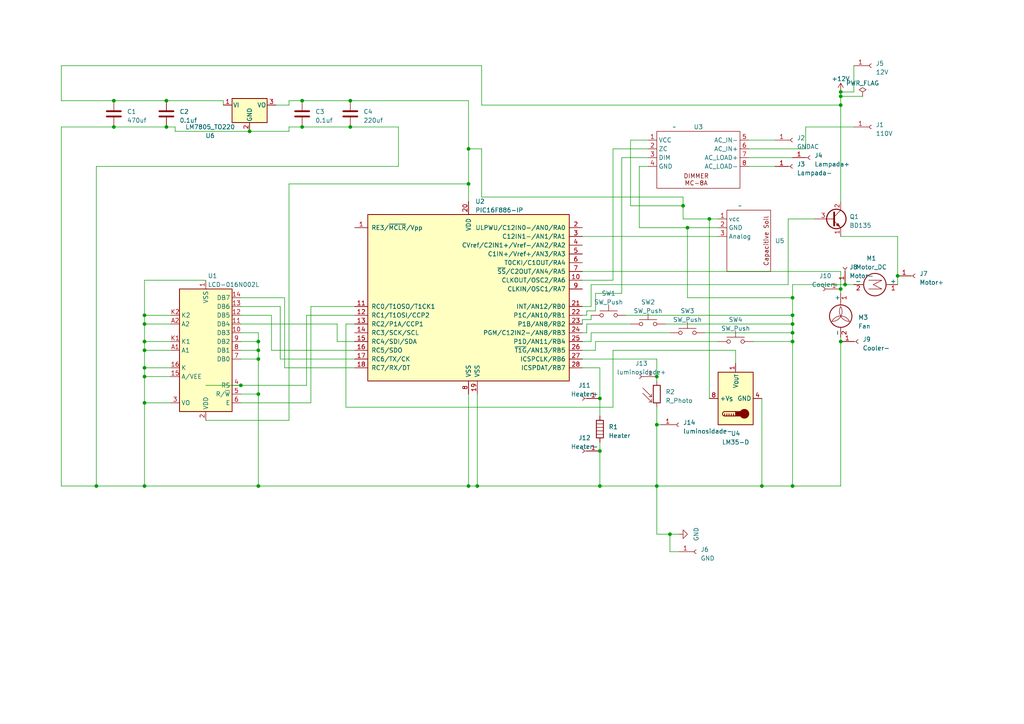
<source format=kicad_sch>
(kicad_sch (version 20230121) (generator eeschema)

  (uuid 679ee4c0-f967-4688-a307-8aa108bc873d)

  (paper "A4")

  (title_block
    (title "Monitoramento_Estufa")
    (company "FEEC_Unicamp")
  )

  (lib_symbols
    (symbol "Capacitive_Soil:Capacitive_Soil" (in_bom yes) (on_board yes)
      (property "Reference" "U" (at 0 0 0)
        (effects (font (size 1.27 1.27)))
      )
      (property "Value" "" (at 0 0 0)
        (effects (font (size 1.27 1.27)))
      )
      (property "Footprint" "" (at 0 0 0)
        (effects (font (size 1.27 1.27)) hide)
      )
      (property "Datasheet" "" (at 0 0 0)
        (effects (font (size 1.27 1.27)) hide)
      )
      (symbol "Capacitive_Soil_0_1"
        (rectangle (start -3.81 -1.27) (end 8.89 -19.05)
          (stroke (width 0) (type default))
          (fill (type none))
        )
        (rectangle (start 0 0) (end 0 0)
          (stroke (width 0) (type default))
          (fill (type none))
        )
      )
      (symbol "Capacitive_Soil_1_1"
        (text "Capacitive Soil" (at 7.62 -10.16 900)
          (effects (font (size 1.27 1.27)))
        )
        (pin input line (at -6.35 -3.81 0) (length 2.54)
          (name "vcc" (effects (font (size 1.27 1.27))))
          (number "1" (effects (font (size 1.27 1.27))))
        )
        (pin input line (at -6.35 -6.35 0) (length 2.54)
          (name "GND" (effects (font (size 1.27 1.27))))
          (number "2" (effects (font (size 1.27 1.27))))
        )
        (pin output line (at -6.35 -8.89 0) (length 2.54)
          (name "Analog" (effects (font (size 1.27 1.27))))
          (number "3" (effects (font (size 1.27 1.27))))
        )
      )
    )
    (symbol "Connector:Conn_01x01_Socket" (pin_names (offset 1.016) hide) (in_bom yes) (on_board yes)
      (property "Reference" "J" (at 0 2.54 0)
        (effects (font (size 1.27 1.27)))
      )
      (property "Value" "Conn_01x01_Socket" (at 0 -2.54 0)
        (effects (font (size 1.27 1.27)))
      )
      (property "Footprint" "" (at 0 0 0)
        (effects (font (size 1.27 1.27)) hide)
      )
      (property "Datasheet" "~" (at 0 0 0)
        (effects (font (size 1.27 1.27)) hide)
      )
      (property "ki_locked" "" (at 0 0 0)
        (effects (font (size 1.27 1.27)))
      )
      (property "ki_keywords" "connector" (at 0 0 0)
        (effects (font (size 1.27 1.27)) hide)
      )
      (property "ki_description" "Generic connector, single row, 01x01, script generated" (at 0 0 0)
        (effects (font (size 1.27 1.27)) hide)
      )
      (property "ki_fp_filters" "Connector*:*_1x??_*" (at 0 0 0)
        (effects (font (size 1.27 1.27)) hide)
      )
      (symbol "Conn_01x01_Socket_1_1"
        (polyline
          (pts
            (xy -1.27 0)
            (xy -0.508 0)
          )
          (stroke (width 0.1524) (type default))
          (fill (type none))
        )
        (arc (start 0 0.508) (mid -0.5058 0) (end 0 -0.508)
          (stroke (width 0.1524) (type default))
          (fill (type none))
        )
        (pin passive line (at -5.08 0 0) (length 3.81)
          (name "Pin_1" (effects (font (size 1.27 1.27))))
          (number "1" (effects (font (size 1.27 1.27))))
        )
      )
    )
    (symbol "Device:C" (pin_numbers hide) (pin_names (offset 0.254)) (in_bom yes) (on_board yes)
      (property "Reference" "C" (at 0.635 2.54 0)
        (effects (font (size 1.27 1.27)) (justify left))
      )
      (property "Value" "C" (at 0.635 -2.54 0)
        (effects (font (size 1.27 1.27)) (justify left))
      )
      (property "Footprint" "" (at 0.9652 -3.81 0)
        (effects (font (size 1.27 1.27)) hide)
      )
      (property "Datasheet" "~" (at 0 0 0)
        (effects (font (size 1.27 1.27)) hide)
      )
      (property "ki_keywords" "cap capacitor" (at 0 0 0)
        (effects (font (size 1.27 1.27)) hide)
      )
      (property "ki_description" "Unpolarized capacitor" (at 0 0 0)
        (effects (font (size 1.27 1.27)) hide)
      )
      (property "ki_fp_filters" "C_*" (at 0 0 0)
        (effects (font (size 1.27 1.27)) hide)
      )
      (symbol "C_0_1"
        (polyline
          (pts
            (xy -2.032 -0.762)
            (xy 2.032 -0.762)
          )
          (stroke (width 0.508) (type default))
          (fill (type none))
        )
        (polyline
          (pts
            (xy -2.032 0.762)
            (xy 2.032 0.762)
          )
          (stroke (width 0.508) (type default))
          (fill (type none))
        )
      )
      (symbol "C_1_1"
        (pin passive line (at 0 3.81 270) (length 2.794)
          (name "~" (effects (font (size 1.27 1.27))))
          (number "1" (effects (font (size 1.27 1.27))))
        )
        (pin passive line (at 0 -3.81 90) (length 2.794)
          (name "~" (effects (font (size 1.27 1.27))))
          (number "2" (effects (font (size 1.27 1.27))))
        )
      )
    )
    (symbol "Device:Heater" (pin_numbers hide) (pin_names (offset 0)) (in_bom yes) (on_board yes)
      (property "Reference" "R" (at 2.032 0 90)
        (effects (font (size 1.27 1.27)))
      )
      (property "Value" "Heater" (at -2.032 0 90)
        (effects (font (size 1.27 1.27)))
      )
      (property "Footprint" "" (at -1.778 0 90)
        (effects (font (size 1.27 1.27)) hide)
      )
      (property "Datasheet" "~" (at 0 0 0)
        (effects (font (size 1.27 1.27)) hide)
      )
      (property "ki_keywords" "heater R resistor" (at 0 0 0)
        (effects (font (size 1.27 1.27)) hide)
      )
      (property "ki_description" "Resistive heater" (at 0 0 0)
        (effects (font (size 1.27 1.27)) hide)
      )
      (symbol "Heater_0_1"
        (rectangle (start -1.016 -2.54) (end 1.016 2.54)
          (stroke (width 0.254) (type default))
          (fill (type none))
        )
        (polyline
          (pts
            (xy -1.016 1.524)
            (xy 1.016 1.524)
          )
          (stroke (width 0) (type default))
          (fill (type none))
        )
        (polyline
          (pts
            (xy 1.016 -1.524)
            (xy -1.016 -1.524)
          )
          (stroke (width 0) (type default))
          (fill (type none))
        )
        (polyline
          (pts
            (xy 1.016 -0.508)
            (xy -1.016 -0.508)
          )
          (stroke (width 0) (type default))
          (fill (type none))
        )
        (polyline
          (pts
            (xy 1.016 0.508)
            (xy -1.016 0.508)
          )
          (stroke (width 0) (type default))
          (fill (type none))
        )
      )
      (symbol "Heater_1_1"
        (pin passive line (at 0 3.81 270) (length 1.27)
          (name "~" (effects (font (size 1.27 1.27))))
          (number "1" (effects (font (size 1.27 1.27))))
        )
        (pin passive line (at 0 -3.81 90) (length 1.27)
          (name "~" (effects (font (size 1.27 1.27))))
          (number "2" (effects (font (size 1.27 1.27))))
        )
      )
    )
    (symbol "Device:R_Photo" (pin_numbers hide) (pin_names (offset 0)) (in_bom yes) (on_board yes)
      (property "Reference" "R" (at 1.27 1.27 0)
        (effects (font (size 1.27 1.27)) (justify left))
      )
      (property "Value" "R_Photo" (at 1.27 0 0)
        (effects (font (size 1.27 1.27)) (justify left top))
      )
      (property "Footprint" "" (at 1.27 -6.35 90)
        (effects (font (size 1.27 1.27)) (justify left) hide)
      )
      (property "Datasheet" "~" (at 0 -1.27 0)
        (effects (font (size 1.27 1.27)) hide)
      )
      (property "ki_keywords" "resistor variable light sensitive opto LDR" (at 0 0 0)
        (effects (font (size 1.27 1.27)) hide)
      )
      (property "ki_description" "Photoresistor" (at 0 0 0)
        (effects (font (size 1.27 1.27)) hide)
      )
      (property "ki_fp_filters" "*LDR* R?LDR*" (at 0 0 0)
        (effects (font (size 1.27 1.27)) hide)
      )
      (symbol "R_Photo_0_1"
        (rectangle (start -1.016 2.54) (end 1.016 -2.54)
          (stroke (width 0.254) (type default))
          (fill (type none))
        )
        (polyline
          (pts
            (xy -1.524 -2.286)
            (xy -4.064 0.254)
          )
          (stroke (width 0) (type default))
          (fill (type none))
        )
        (polyline
          (pts
            (xy -1.524 -2.286)
            (xy -2.286 -2.286)
          )
          (stroke (width 0) (type default))
          (fill (type none))
        )
        (polyline
          (pts
            (xy -1.524 -2.286)
            (xy -1.524 -1.524)
          )
          (stroke (width 0) (type default))
          (fill (type none))
        )
        (polyline
          (pts
            (xy -1.524 -0.762)
            (xy -4.064 1.778)
          )
          (stroke (width 0) (type default))
          (fill (type none))
        )
        (polyline
          (pts
            (xy -1.524 -0.762)
            (xy -2.286 -0.762)
          )
          (stroke (width 0) (type default))
          (fill (type none))
        )
        (polyline
          (pts
            (xy -1.524 -0.762)
            (xy -1.524 0)
          )
          (stroke (width 0) (type default))
          (fill (type none))
        )
      )
      (symbol "R_Photo_1_1"
        (pin passive line (at 0 3.81 270) (length 1.27)
          (name "~" (effects (font (size 1.27 1.27))))
          (number "1" (effects (font (size 1.27 1.27))))
        )
        (pin passive line (at 0 -3.81 90) (length 1.27)
          (name "~" (effects (font (size 1.27 1.27))))
          (number "2" (effects (font (size 1.27 1.27))))
        )
      )
    )
    (symbol "Display_Character:LCD-016N002L" (in_bom yes) (on_board yes)
      (property "Reference" "U" (at -6.35 18.796 0)
        (effects (font (size 1.27 1.27)))
      )
      (property "Value" "LCD-016N002L" (at 8.636 18.796 0)
        (effects (font (size 1.27 1.27)))
      )
      (property "Footprint" "Display:LCD-016N002L" (at 0.508 -23.368 0)
        (effects (font (size 1.27 1.27)) hide)
      )
      (property "Datasheet" "http://www.vishay.com/docs/37299/37299.pdf" (at 12.7 -7.62 0)
        (effects (font (size 1.27 1.27)) hide)
      )
      (property "ki_keywords" "display LCD dot-matrix" (at 0 0 0)
        (effects (font (size 1.27 1.27)) hide)
      )
      (property "ki_description" "LCD 12x2, 8 bit parallel bus, 3V or 5V VDD" (at 0 0 0)
        (effects (font (size 1.27 1.27)) hide)
      )
      (property "ki_fp_filters" "*LCD*016N002L*" (at 0 0 0)
        (effects (font (size 1.27 1.27)) hide)
      )
      (symbol "LCD-016N002L_1_1"
        (rectangle (start -7.62 17.78) (end 7.62 -17.78)
          (stroke (width 0.254) (type default))
          (fill (type background))
        )
        (pin power_in line (at 0 -20.32 90) (length 2.54)
          (name "VSS" (effects (font (size 1.27 1.27))))
          (number "1" (effects (font (size 1.27 1.27))))
        )
        (pin bidirectional line (at -10.16 -5.08 0) (length 2.54)
          (name "DB3" (effects (font (size 1.27 1.27))))
          (number "10" (effects (font (size 1.27 1.27))))
        )
        (pin bidirectional line (at -10.16 -7.62 0) (length 2.54)
          (name "DB4" (effects (font (size 1.27 1.27))))
          (number "11" (effects (font (size 1.27 1.27))))
        )
        (pin bidirectional line (at -10.16 -10.16 0) (length 2.54)
          (name "DB5" (effects (font (size 1.27 1.27))))
          (number "12" (effects (font (size 1.27 1.27))))
        )
        (pin bidirectional line (at -10.16 -12.7 0) (length 2.54)
          (name "DB6" (effects (font (size 1.27 1.27))))
          (number "13" (effects (font (size 1.27 1.27))))
        )
        (pin bidirectional line (at -10.16 -15.24 0) (length 2.54)
          (name "DB7" (effects (font (size 1.27 1.27))))
          (number "14" (effects (font (size 1.27 1.27))))
        )
        (pin power_in line (at 10.16 7.62 180) (length 2.54)
          (name "A/VEE" (effects (font (size 1.27 1.27))))
          (number "15" (effects (font (size 1.27 1.27))))
        )
        (pin power_in line (at 10.16 5.08 180) (length 2.54)
          (name "K" (effects (font (size 1.27 1.27))))
          (number "16" (effects (font (size 1.27 1.27))))
        )
        (pin power_in line (at 0 20.32 270) (length 2.54)
          (name "VDD" (effects (font (size 1.27 1.27))))
          (number "2" (effects (font (size 1.27 1.27))))
        )
        (pin input line (at 10.16 15.24 180) (length 2.54)
          (name "VO" (effects (font (size 1.27 1.27))))
          (number "3" (effects (font (size 1.27 1.27))))
        )
        (pin input line (at -10.16 10.16 0) (length 2.54)
          (name "RS" (effects (font (size 1.27 1.27))))
          (number "4" (effects (font (size 1.27 1.27))))
        )
        (pin input line (at -10.16 12.7 0) (length 2.54)
          (name "R/~{W}" (effects (font (size 1.27 1.27))))
          (number "5" (effects (font (size 1.27 1.27))))
        )
        (pin input line (at -10.16 15.24 0) (length 2.54)
          (name "E" (effects (font (size 1.27 1.27))))
          (number "6" (effects (font (size 1.27 1.27))))
        )
        (pin bidirectional line (at -10.16 2.54 0) (length 2.54)
          (name "DB0" (effects (font (size 1.27 1.27))))
          (number "7" (effects (font (size 1.27 1.27))))
        )
        (pin bidirectional line (at -10.16 0 0) (length 2.54)
          (name "DB1" (effects (font (size 1.27 1.27))))
          (number "8" (effects (font (size 1.27 1.27))))
        )
        (pin bidirectional line (at -10.16 -2.54 0) (length 2.54)
          (name "DB2" (effects (font (size 1.27 1.27))))
          (number "9" (effects (font (size 1.27 1.27))))
        )
        (pin power_in line (at 10.16 0 180) (length 2.54)
          (name "A1" (effects (font (size 1.27 1.27))))
          (number "A1" (effects (font (size 1.27 1.27))))
        )
        (pin power_in line (at 10.16 -7.62 180) (length 2.54)
          (name "A2" (effects (font (size 1.27 1.27))))
          (number "A2" (effects (font (size 1.27 1.27))))
        )
        (pin power_in line (at 10.16 -2.54 180) (length 2.54)
          (name "K1" (effects (font (size 1.27 1.27))))
          (number "K1" (effects (font (size 1.27 1.27))))
        )
        (pin power_in line (at 10.16 -10.16 180) (length 2.54)
          (name "K2" (effects (font (size 1.27 1.27))))
          (number "K2" (effects (font (size 1.27 1.27))))
        )
      )
    )
    (symbol "MC-8A:MC-8A" (in_bom yes) (on_board yes)
      (property "Reference" "U" (at 3.81 0 0)
        (effects (font (size 1.27 1.27)))
      )
      (property "Value" "" (at 0 0 0)
        (effects (font (size 1.27 1.27)))
      )
      (property "Footprint" "" (at 0 0 0)
        (effects (font (size 1.27 1.27)) hide)
      )
      (property "Datasheet" "" (at 0 0 0)
        (effects (font (size 1.27 1.27)) hide)
      )
      (symbol "MC-8A_0_1"
        (rectangle (start -5.08 -1.27) (end 19.05 -17.78)
          (stroke (width 0) (type default))
          (fill (type none))
        )
      )
      (symbol "MC-8A_1_1"
        (text "DIMMER\nMC-8A" (at 6.35 -15.24 0)
          (effects (font (size 1.27 1.27)))
        )
        (pin input line (at -7.62 -3.81 0) (length 2.54)
          (name "VCC" (effects (font (size 1.27 1.27))))
          (number "1" (effects (font (size 1.27 1.27))))
        )
        (pin input line (at -7.62 -6.35 0) (length 2.54)
          (name "ZC" (effects (font (size 1.27 1.27))))
          (number "2" (effects (font (size 1.27 1.27))))
        )
        (pin input line (at -7.62 -8.89 0) (length 2.54)
          (name "DIM" (effects (font (size 1.27 1.27))))
          (number "3" (effects (font (size 1.27 1.27))))
        )
        (pin input line (at -7.62 -11.43 0) (length 2.54)
          (name "GND" (effects (font (size 1.27 1.27))))
          (number "4" (effects (font (size 1.27 1.27))))
        )
        (pin input line (at 21.59 -3.81 180) (length 2.54)
          (name "AC_IN-" (effects (font (size 1.27 1.27))))
          (number "5" (effects (font (size 1.27 1.27))))
        )
        (pin input line (at 21.59 -6.35 180) (length 2.54)
          (name "AC_IN+" (effects (font (size 1.27 1.27))))
          (number "6" (effects (font (size 1.27 1.27))))
        )
        (pin output line (at 21.59 -8.89 180) (length 2.54)
          (name "AC_LOAD+" (effects (font (size 1.27 1.27))))
          (number "7" (effects (font (size 1.27 1.27))))
        )
        (pin output line (at 21.59 -11.43 180) (length 2.54)
          (name "AC_LOAD-" (effects (font (size 1.27 1.27))))
          (number "8" (effects (font (size 1.27 1.27))))
        )
      )
    )
    (symbol "MCU_Microchip_PIC16:PIC16F886-IP" (pin_names (offset 1.016)) (in_bom yes) (on_board yes)
      (property "Reference" "U" (at 13.97 27.94 0)
        (effects (font (size 1.27 1.27)) (justify left))
      )
      (property "Value" "PIC16F886-IP" (at 13.97 25.4 0)
        (effects (font (size 1.27 1.27)) (justify left))
      )
      (property "Footprint" "" (at 0 0 0)
        (effects (font (size 1.27 1.27) italic) hide)
      )
      (property "Datasheet" "http://ww1.microchip.com/downloads/en/DeviceDoc/41291D.pdf" (at 0 -5.08 0)
        (effects (font (size 1.27 1.27)) hide)
      )
      (property "ki_keywords" "Flash-Based 8-Bit CMOS Microcontroller" (at 0 0 0)
        (effects (font (size 1.27 1.27)) hide)
      )
      (property "ki_description" "8K Flash, 256B SRAM, 256B EEPROM, XLP, DIP28" (at 0 0 0)
        (effects (font (size 1.27 1.27)) hide)
      )
      (property "ki_fp_filters" "DIP* PDIP*" (at 0 0 0)
        (effects (font (size 1.27 1.27)) hide)
      )
      (symbol "PIC16F886-IP_0_1"
        (rectangle (start -29.21 24.13) (end 29.21 -24.13)
          (stroke (width 0.254) (type default))
          (fill (type background))
        )
      )
      (symbol "PIC16F886-IP_1_1"
        (pin bidirectional line (at -33.02 20.32 0) (length 3.81)
          (name "RE3/~{MCLR}/Vpp" (effects (font (size 1.27 1.27))))
          (number "1" (effects (font (size 1.27 1.27))))
        )
        (pin bidirectional line (at 33.02 5.08 180) (length 3.81)
          (name "CLKOUT/OSC2/RA6" (effects (font (size 1.27 1.27))))
          (number "10" (effects (font (size 1.27 1.27))))
        )
        (pin bidirectional line (at -33.02 -2.54 0) (length 3.81)
          (name "RC0/T1OSO/T1CK1" (effects (font (size 1.27 1.27))))
          (number "11" (effects (font (size 1.27 1.27))))
        )
        (pin bidirectional line (at -33.02 -5.08 0) (length 3.81)
          (name "RC1/T1OSI/CCP2" (effects (font (size 1.27 1.27))))
          (number "12" (effects (font (size 1.27 1.27))))
        )
        (pin bidirectional line (at -33.02 -7.62 0) (length 3.81)
          (name "RC2/P1A/CCP1" (effects (font (size 1.27 1.27))))
          (number "13" (effects (font (size 1.27 1.27))))
        )
        (pin bidirectional line (at -33.02 -10.16 0) (length 3.81)
          (name "RC3/SCK/SCL" (effects (font (size 1.27 1.27))))
          (number "14" (effects (font (size 1.27 1.27))))
        )
        (pin bidirectional line (at -33.02 -12.7 0) (length 3.81)
          (name "RC4/SDI/SDA" (effects (font (size 1.27 1.27))))
          (number "15" (effects (font (size 1.27 1.27))))
        )
        (pin bidirectional line (at -33.02 -15.24 0) (length 3.81)
          (name "RC5/SDO" (effects (font (size 1.27 1.27))))
          (number "16" (effects (font (size 1.27 1.27))))
        )
        (pin bidirectional line (at -33.02 -17.78 0) (length 3.81)
          (name "RC6/TX/CK" (effects (font (size 1.27 1.27))))
          (number "17" (effects (font (size 1.27 1.27))))
        )
        (pin bidirectional line (at -33.02 -20.32 0) (length 3.81)
          (name "RC7/RX/DT" (effects (font (size 1.27 1.27))))
          (number "18" (effects (font (size 1.27 1.27))))
        )
        (pin power_in line (at 2.54 -27.94 90) (length 3.81)
          (name "VSS" (effects (font (size 1.27 1.27))))
          (number "19" (effects (font (size 1.27 1.27))))
        )
        (pin bidirectional line (at 33.02 20.32 180) (length 3.81)
          (name "ULPWU/C12IN0-/AN0/RA0" (effects (font (size 1.27 1.27))))
          (number "2" (effects (font (size 1.27 1.27))))
        )
        (pin power_in line (at 0 27.94 270) (length 3.81)
          (name "VDD" (effects (font (size 1.27 1.27))))
          (number "20" (effects (font (size 1.27 1.27))))
        )
        (pin bidirectional line (at 33.02 -2.54 180) (length 3.81)
          (name "INT/AN12/RB0" (effects (font (size 1.27 1.27))))
          (number "21" (effects (font (size 1.27 1.27))))
        )
        (pin bidirectional line (at 33.02 -5.08 180) (length 3.81)
          (name "P1C/AN10/RB1" (effects (font (size 1.27 1.27))))
          (number "22" (effects (font (size 1.27 1.27))))
        )
        (pin bidirectional line (at 33.02 -7.62 180) (length 3.81)
          (name "P1B/AN8/RB2" (effects (font (size 1.27 1.27))))
          (number "23" (effects (font (size 1.27 1.27))))
        )
        (pin bidirectional line (at 33.02 -10.16 180) (length 3.81)
          (name "PGM/C12IN2-/AN8/RB3" (effects (font (size 1.27 1.27))))
          (number "24" (effects (font (size 1.27 1.27))))
        )
        (pin bidirectional line (at 33.02 -12.7 180) (length 3.81)
          (name "P1D/AN11/RB4" (effects (font (size 1.27 1.27))))
          (number "25" (effects (font (size 1.27 1.27))))
        )
        (pin bidirectional line (at 33.02 -15.24 180) (length 3.81)
          (name "~{T1G}/AN13/RB5" (effects (font (size 1.27 1.27))))
          (number "26" (effects (font (size 1.27 1.27))))
        )
        (pin bidirectional line (at 33.02 -17.78 180) (length 3.81)
          (name "ICSPCLK/RB6" (effects (font (size 1.27 1.27))))
          (number "27" (effects (font (size 1.27 1.27))))
        )
        (pin bidirectional line (at 33.02 -20.32 180) (length 3.81)
          (name "ICSPDAT/RB7" (effects (font (size 1.27 1.27))))
          (number "28" (effects (font (size 1.27 1.27))))
        )
        (pin bidirectional line (at 33.02 17.78 180) (length 3.81)
          (name "C12IN1-/AN1/RA1" (effects (font (size 1.27 1.27))))
          (number "3" (effects (font (size 1.27 1.27))))
        )
        (pin bidirectional line (at 33.02 15.24 180) (length 3.81)
          (name "CVref/C2IN1+/Vref-/AN2/RA2" (effects (font (size 1.27 1.27))))
          (number "4" (effects (font (size 1.27 1.27))))
        )
        (pin bidirectional line (at 33.02 12.7 180) (length 3.81)
          (name "C1IN+/Vref+/AN3/RA3" (effects (font (size 1.27 1.27))))
          (number "5" (effects (font (size 1.27 1.27))))
        )
        (pin bidirectional line (at 33.02 10.16 180) (length 3.81)
          (name "T0CKI/C1OUT/RA4" (effects (font (size 1.27 1.27))))
          (number "6" (effects (font (size 1.27 1.27))))
        )
        (pin bidirectional line (at 33.02 7.62 180) (length 3.81)
          (name "~{SS}/C2OUT/AN4/RA5" (effects (font (size 1.27 1.27))))
          (number "7" (effects (font (size 1.27 1.27))))
        )
        (pin power_in line (at 0 -27.94 90) (length 3.81)
          (name "VSS" (effects (font (size 1.27 1.27))))
          (number "8" (effects (font (size 1.27 1.27))))
        )
        (pin input line (at 33.02 2.54 180) (length 3.81)
          (name "CLKIN/OSC1/RA7" (effects (font (size 1.27 1.27))))
          (number "9" (effects (font (size 1.27 1.27))))
        )
      )
    )
    (symbol "Motor:Fan" (pin_names (offset 0)) (in_bom yes) (on_board yes)
      (property "Reference" "M" (at 2.54 5.08 0)
        (effects (font (size 1.27 1.27)) (justify left))
      )
      (property "Value" "Fan" (at 2.54 -2.54 0)
        (effects (font (size 1.27 1.27)) (justify left top))
      )
      (property "Footprint" "" (at 0 0.254 0)
        (effects (font (size 1.27 1.27)) hide)
      )
      (property "Datasheet" "~" (at 0 0.254 0)
        (effects (font (size 1.27 1.27)) hide)
      )
      (property "ki_keywords" "Fan Motor" (at 0 0 0)
        (effects (font (size 1.27 1.27)) hide)
      )
      (property "ki_description" "Fan" (at 0 0 0)
        (effects (font (size 1.27 1.27)) hide)
      )
      (property "ki_fp_filters" "PinHeader*P2.54mm* TerminalBlock*" (at 0 0 0)
        (effects (font (size 1.27 1.27)) hide)
      )
      (symbol "Fan_0_1"
        (arc (start -2.54 -0.508) (mid 0.0028 0.9121) (end 0 3.81)
          (stroke (width 0) (type default))
          (fill (type none))
        )
        (polyline
          (pts
            (xy 0 -5.08)
            (xy 0 -4.572)
          )
          (stroke (width 0) (type default))
          (fill (type none))
        )
        (polyline
          (pts
            (xy 0 -2.2352)
            (xy 0 -2.6416)
          )
          (stroke (width 0) (type default))
          (fill (type none))
        )
        (polyline
          (pts
            (xy 0 4.2672)
            (xy 0 4.6228)
          )
          (stroke (width 0) (type default))
          (fill (type none))
        )
        (polyline
          (pts
            (xy 0 4.572)
            (xy 0 5.08)
          )
          (stroke (width 0) (type default))
          (fill (type none))
        )
        (circle (center 0 1.016) (radius 3.2512)
          (stroke (width 0.254) (type default))
          (fill (type none))
        )
        (arc (start 0 3.81) (mid 0.053 0.921) (end 2.54 -0.508)
          (stroke (width 0) (type default))
          (fill (type none))
        )
        (arc (start 2.54 -0.508) (mid 0 1.0618) (end -2.54 -0.508)
          (stroke (width 0) (type default))
          (fill (type none))
        )
      )
      (symbol "Fan_1_1"
        (pin passive line (at 0 7.62 270) (length 2.54)
          (name "+" (effects (font (size 1.27 1.27))))
          (number "1" (effects (font (size 1.27 1.27))))
        )
        (pin passive line (at 0 -5.08 90) (length 2.54)
          (name "-" (effects (font (size 1.27 1.27))))
          (number "2" (effects (font (size 1.27 1.27))))
        )
      )
    )
    (symbol "Motor:Motor_DC" (pin_names (offset 0)) (in_bom yes) (on_board yes)
      (property "Reference" "M" (at 2.54 2.54 0)
        (effects (font (size 1.27 1.27)) (justify left))
      )
      (property "Value" "Motor_DC" (at 2.54 -5.08 0)
        (effects (font (size 1.27 1.27)) (justify left top))
      )
      (property "Footprint" "" (at 0 -2.286 0)
        (effects (font (size 1.27 1.27)) hide)
      )
      (property "Datasheet" "~" (at 0 -2.286 0)
        (effects (font (size 1.27 1.27)) hide)
      )
      (property "ki_keywords" "DC Motor" (at 0 0 0)
        (effects (font (size 1.27 1.27)) hide)
      )
      (property "ki_description" "DC Motor" (at 0 0 0)
        (effects (font (size 1.27 1.27)) hide)
      )
      (property "ki_fp_filters" "PinHeader*P2.54mm* TerminalBlock*" (at 0 0 0)
        (effects (font (size 1.27 1.27)) hide)
      )
      (symbol "Motor_DC_0_0"
        (polyline
          (pts
            (xy -1.27 -3.302)
            (xy -1.27 0.508)
            (xy 0 -2.032)
            (xy 1.27 0.508)
            (xy 1.27 -3.302)
          )
          (stroke (width 0) (type default))
          (fill (type none))
        )
      )
      (symbol "Motor_DC_0_1"
        (circle (center 0 -1.524) (radius 3.2512)
          (stroke (width 0.254) (type default))
          (fill (type none))
        )
        (polyline
          (pts
            (xy 0 -7.62)
            (xy 0 -7.112)
          )
          (stroke (width 0) (type default))
          (fill (type none))
        )
        (polyline
          (pts
            (xy 0 -4.7752)
            (xy 0 -5.1816)
          )
          (stroke (width 0) (type default))
          (fill (type none))
        )
        (polyline
          (pts
            (xy 0 1.7272)
            (xy 0 2.0828)
          )
          (stroke (width 0) (type default))
          (fill (type none))
        )
        (polyline
          (pts
            (xy 0 2.032)
            (xy 0 2.54)
          )
          (stroke (width 0) (type default))
          (fill (type none))
        )
      )
      (symbol "Motor_DC_1_1"
        (pin passive line (at 0 5.08 270) (length 2.54)
          (name "+" (effects (font (size 1.27 1.27))))
          (number "1" (effects (font (size 1.27 1.27))))
        )
        (pin passive line (at 0 -7.62 90) (length 2.54)
          (name "-" (effects (font (size 1.27 1.27))))
          (number "2" (effects (font (size 1.27 1.27))))
        )
      )
    )
    (symbol "Regulator_Linear:LM7805_TO220" (pin_names (offset 0.254)) (in_bom yes) (on_board yes)
      (property "Reference" "U" (at -3.81 3.175 0)
        (effects (font (size 1.27 1.27)))
      )
      (property "Value" "LM7805_TO220" (at 0 3.175 0)
        (effects (font (size 1.27 1.27)) (justify left))
      )
      (property "Footprint" "Package_TO_SOT_THT:TO-220-3_Vertical" (at 0 5.715 0)
        (effects (font (size 1.27 1.27) italic) hide)
      )
      (property "Datasheet" "https://www.onsemi.cn/PowerSolutions/document/MC7800-D.PDF" (at 0 -1.27 0)
        (effects (font (size 1.27 1.27)) hide)
      )
      (property "ki_keywords" "Voltage Regulator 1A Positive" (at 0 0 0)
        (effects (font (size 1.27 1.27)) hide)
      )
      (property "ki_description" "Positive 1A 35V Linear Regulator, Fixed Output 5V, TO-220" (at 0 0 0)
        (effects (font (size 1.27 1.27)) hide)
      )
      (property "ki_fp_filters" "TO?220*" (at 0 0 0)
        (effects (font (size 1.27 1.27)) hide)
      )
      (symbol "LM7805_TO220_0_1"
        (rectangle (start -5.08 1.905) (end 5.08 -5.08)
          (stroke (width 0.254) (type default))
          (fill (type background))
        )
      )
      (symbol "LM7805_TO220_1_1"
        (pin power_in line (at -7.62 0 0) (length 2.54)
          (name "VI" (effects (font (size 1.27 1.27))))
          (number "1" (effects (font (size 1.27 1.27))))
        )
        (pin power_in line (at 0 -7.62 90) (length 2.54)
          (name "GND" (effects (font (size 1.27 1.27))))
          (number "2" (effects (font (size 1.27 1.27))))
        )
        (pin power_out line (at 7.62 0 180) (length 2.54)
          (name "VO" (effects (font (size 1.27 1.27))))
          (number "3" (effects (font (size 1.27 1.27))))
        )
      )
    )
    (symbol "Sensor_Temperature:LM35-D" (in_bom yes) (on_board yes)
      (property "Reference" "U" (at -6.35 6.35 0)
        (effects (font (size 1.27 1.27)))
      )
      (property "Value" "LM35-D" (at 1.27 6.35 0)
        (effects (font (size 1.27 1.27)) (justify left))
      )
      (property "Footprint" "Package_SO:SOIC-8_3.9x4.9mm_P1.27mm" (at 0 -10.16 0)
        (effects (font (size 1.27 1.27)) hide)
      )
      (property "Datasheet" "http://www.ti.com/lit/ds/symlink/lm35.pdf" (at 0 0 0)
        (effects (font (size 1.27 1.27)) hide)
      )
      (property "ki_keywords" "temperature sensor thermistor" (at 0 0 0)
        (effects (font (size 1.27 1.27)) hide)
      )
      (property "ki_description" "Precision centigrade temperature sensor, SOIC-8" (at 0 0 0)
        (effects (font (size 1.27 1.27)) hide)
      )
      (property "ki_fp_filters" "SOIC*" (at 0 0 0)
        (effects (font (size 1.27 1.27)) hide)
      )
      (symbol "LM35-D_0_1"
        (rectangle (start -7.62 5.08) (end 7.62 -5.08)
          (stroke (width 0.254) (type default))
          (fill (type background))
        )
        (circle (center -4.445 -2.54) (radius 1.27)
          (stroke (width 0.254) (type default))
          (fill (type outline))
        )
        (rectangle (start -3.81 -1.905) (end -5.08 0)
          (stroke (width 0.254) (type default))
          (fill (type outline))
        )
        (arc (start -3.81 3.175) (mid -4.445 3.8073) (end -5.08 3.175)
          (stroke (width 0.254) (type default))
          (fill (type none))
        )
        (polyline
          (pts
            (xy -5.08 0.635)
            (xy -4.445 0.635)
          )
          (stroke (width 0.254) (type default))
          (fill (type none))
        )
        (polyline
          (pts
            (xy -5.08 1.27)
            (xy -4.445 1.27)
          )
          (stroke (width 0.254) (type default))
          (fill (type none))
        )
        (polyline
          (pts
            (xy -5.08 1.905)
            (xy -4.445 1.905)
          )
          (stroke (width 0.254) (type default))
          (fill (type none))
        )
        (polyline
          (pts
            (xy -5.08 2.54)
            (xy -4.445 2.54)
          )
          (stroke (width 0.254) (type default))
          (fill (type none))
        )
        (polyline
          (pts
            (xy -5.08 3.175)
            (xy -5.08 0)
          )
          (stroke (width 0.254) (type default))
          (fill (type none))
        )
        (polyline
          (pts
            (xy -5.08 3.175)
            (xy -4.445 3.175)
          )
          (stroke (width 0.254) (type default))
          (fill (type none))
        )
        (polyline
          (pts
            (xy -3.81 3.175)
            (xy -3.81 0)
          )
          (stroke (width 0.254) (type default))
          (fill (type none))
        )
      )
      (symbol "LM35-D_1_1"
        (pin output line (at 10.16 0 180) (length 2.54)
          (name "V_{OUT}" (effects (font (size 1.27 1.27))))
          (number "1" (effects (font (size 1.27 1.27))))
        )
        (pin no_connect line (at -2.54 -5.08 90) (length 2.54) hide
          (name "NC" (effects (font (size 1.27 1.27))))
          (number "2" (effects (font (size 1.27 1.27))))
        )
        (pin no_connect line (at -2.54 5.08 270) (length 2.54) hide
          (name "NC" (effects (font (size 1.27 1.27))))
          (number "3" (effects (font (size 1.27 1.27))))
        )
        (pin power_in line (at 0 -7.62 90) (length 2.54)
          (name "GND" (effects (font (size 1.27 1.27))))
          (number "4" (effects (font (size 1.27 1.27))))
        )
        (pin no_connect line (at 2.54 -5.08 90) (length 2.54) hide
          (name "NC" (effects (font (size 1.27 1.27))))
          (number "5" (effects (font (size 1.27 1.27))))
        )
        (pin no_connect line (at 5.08 -5.08 90) (length 2.54) hide
          (name "NC" (effects (font (size 1.27 1.27))))
          (number "6" (effects (font (size 1.27 1.27))))
        )
        (pin no_connect line (at 7.62 2.54 180) (length 2.54) hide
          (name "NC" (effects (font (size 1.27 1.27))))
          (number "7" (effects (font (size 1.27 1.27))))
        )
        (pin power_in line (at 0 7.62 270) (length 2.54)
          (name "+V_{S}" (effects (font (size 1.27 1.27))))
          (number "8" (effects (font (size 1.27 1.27))))
        )
      )
    )
    (symbol "Switch:SW_Push" (pin_numbers hide) (pin_names (offset 1.016) hide) (in_bom yes) (on_board yes)
      (property "Reference" "SW" (at 1.27 2.54 0)
        (effects (font (size 1.27 1.27)) (justify left))
      )
      (property "Value" "SW_Push" (at 0 -1.524 0)
        (effects (font (size 1.27 1.27)))
      )
      (property "Footprint" "" (at 0 5.08 0)
        (effects (font (size 1.27 1.27)) hide)
      )
      (property "Datasheet" "~" (at 0 5.08 0)
        (effects (font (size 1.27 1.27)) hide)
      )
      (property "ki_keywords" "switch normally-open pushbutton push-button" (at 0 0 0)
        (effects (font (size 1.27 1.27)) hide)
      )
      (property "ki_description" "Push button switch, generic, two pins" (at 0 0 0)
        (effects (font (size 1.27 1.27)) hide)
      )
      (symbol "SW_Push_0_1"
        (circle (center -2.032 0) (radius 0.508)
          (stroke (width 0) (type default))
          (fill (type none))
        )
        (polyline
          (pts
            (xy 0 1.27)
            (xy 0 3.048)
          )
          (stroke (width 0) (type default))
          (fill (type none))
        )
        (polyline
          (pts
            (xy 2.54 1.27)
            (xy -2.54 1.27)
          )
          (stroke (width 0) (type default))
          (fill (type none))
        )
        (circle (center 2.032 0) (radius 0.508)
          (stroke (width 0) (type default))
          (fill (type none))
        )
        (pin passive line (at -5.08 0 0) (length 2.54)
          (name "1" (effects (font (size 1.27 1.27))))
          (number "1" (effects (font (size 1.27 1.27))))
        )
        (pin passive line (at 5.08 0 180) (length 2.54)
          (name "2" (effects (font (size 1.27 1.27))))
          (number "2" (effects (font (size 1.27 1.27))))
        )
      )
    )
    (symbol "Transistor_BJT:BD135" (pin_names (offset 0) hide) (in_bom yes) (on_board yes)
      (property "Reference" "Q" (at 5.08 1.905 0)
        (effects (font (size 1.27 1.27)) (justify left))
      )
      (property "Value" "BD135" (at 5.08 0 0)
        (effects (font (size 1.27 1.27)) (justify left))
      )
      (property "Footprint" "Package_TO_SOT_THT:TO-126-3_Vertical" (at 5.08 -1.905 0)
        (effects (font (size 1.27 1.27) italic) (justify left) hide)
      )
      (property "Datasheet" "http://www.st.com/internet/com/TECHNICAL_RESOURCES/TECHNICAL_LITERATURE/DATASHEET/CD00001225.pdf" (at 0 0 0)
        (effects (font (size 1.27 1.27)) (justify left) hide)
      )
      (property "ki_keywords" "Low Voltage Transistor" (at 0 0 0)
        (effects (font (size 1.27 1.27)) hide)
      )
      (property "ki_description" "1.5A Ic, 45V Vce, Low Voltage Transistor, TO-126" (at 0 0 0)
        (effects (font (size 1.27 1.27)) hide)
      )
      (property "ki_fp_filters" "TO?126*" (at 0 0 0)
        (effects (font (size 1.27 1.27)) hide)
      )
      (symbol "BD135_0_1"
        (polyline
          (pts
            (xy 0 0)
            (xy 0.635 0)
          )
          (stroke (width 0) (type default))
          (fill (type none))
        )
        (polyline
          (pts
            (xy 2.54 -2.54)
            (xy 0.635 -0.635)
          )
          (stroke (width 0) (type default))
          (fill (type none))
        )
        (polyline
          (pts
            (xy 2.54 2.54)
            (xy 0.635 0.635)
          )
          (stroke (width 0) (type default))
          (fill (type none))
        )
        (polyline
          (pts
            (xy 0.635 1.905)
            (xy 0.635 -1.905)
            (xy 0.635 -1.905)
          )
          (stroke (width 0.508) (type default))
          (fill (type outline))
        )
        (polyline
          (pts
            (xy 1.2446 -1.778)
            (xy 1.7526 -1.27)
            (xy 2.286 -2.286)
            (xy 1.2446 -1.778)
            (xy 1.2446 -1.778)
          )
          (stroke (width 0) (type default))
          (fill (type outline))
        )
        (circle (center 1.27 0) (radius 2.8194)
          (stroke (width 0.3048) (type default))
          (fill (type none))
        )
      )
      (symbol "BD135_1_1"
        (pin passive line (at 2.54 -5.08 90) (length 2.54)
          (name "E" (effects (font (size 1.27 1.27))))
          (number "1" (effects (font (size 1.27 1.27))))
        )
        (pin passive line (at 2.54 5.08 270) (length 2.54)
          (name "C" (effects (font (size 1.27 1.27))))
          (number "2" (effects (font (size 1.27 1.27))))
        )
        (pin input line (at -5.08 0 0) (length 5.08)
          (name "B" (effects (font (size 1.27 1.27))))
          (number "3" (effects (font (size 1.27 1.27))))
        )
      )
    )
    (symbol "power:+12V" (power) (pin_names (offset 0)) (in_bom yes) (on_board yes)
      (property "Reference" "#PWR" (at 0 -3.81 0)
        (effects (font (size 1.27 1.27)) hide)
      )
      (property "Value" "+12V" (at 0 3.556 0)
        (effects (font (size 1.27 1.27)))
      )
      (property "Footprint" "" (at 0 0 0)
        (effects (font (size 1.27 1.27)) hide)
      )
      (property "Datasheet" "" (at 0 0 0)
        (effects (font (size 1.27 1.27)) hide)
      )
      (property "ki_keywords" "global power" (at 0 0 0)
        (effects (font (size 1.27 1.27)) hide)
      )
      (property "ki_description" "Power symbol creates a global label with name \"+12V\"" (at 0 0 0)
        (effects (font (size 1.27 1.27)) hide)
      )
      (symbol "+12V_0_1"
        (polyline
          (pts
            (xy -0.762 1.27)
            (xy 0 2.54)
          )
          (stroke (width 0) (type default))
          (fill (type none))
        )
        (polyline
          (pts
            (xy 0 0)
            (xy 0 2.54)
          )
          (stroke (width 0) (type default))
          (fill (type none))
        )
        (polyline
          (pts
            (xy 0 2.54)
            (xy 0.762 1.27)
          )
          (stroke (width 0) (type default))
          (fill (type none))
        )
      )
      (symbol "+12V_1_1"
        (pin power_in line (at 0 0 90) (length 0) hide
          (name "+12V" (effects (font (size 1.27 1.27))))
          (number "1" (effects (font (size 1.27 1.27))))
        )
      )
    )
    (symbol "power:GND" (power) (pin_names (offset 0)) (in_bom yes) (on_board yes)
      (property "Reference" "#PWR" (at 0 -6.35 0)
        (effects (font (size 1.27 1.27)) hide)
      )
      (property "Value" "GND" (at 0 -3.81 0)
        (effects (font (size 1.27 1.27)))
      )
      (property "Footprint" "" (at 0 0 0)
        (effects (font (size 1.27 1.27)) hide)
      )
      (property "Datasheet" "" (at 0 0 0)
        (effects (font (size 1.27 1.27)) hide)
      )
      (property "ki_keywords" "global power" (at 0 0 0)
        (effects (font (size 1.27 1.27)) hide)
      )
      (property "ki_description" "Power symbol creates a global label with name \"GND\" , ground" (at 0 0 0)
        (effects (font (size 1.27 1.27)) hide)
      )
      (symbol "GND_0_1"
        (polyline
          (pts
            (xy 0 0)
            (xy 0 -1.27)
            (xy 1.27 -1.27)
            (xy 0 -2.54)
            (xy -1.27 -1.27)
            (xy 0 -1.27)
          )
          (stroke (width 0) (type default))
          (fill (type none))
        )
      )
      (symbol "GND_1_1"
        (pin power_in line (at 0 0 270) (length 0) hide
          (name "GND" (effects (font (size 1.27 1.27))))
          (number "1" (effects (font (size 1.27 1.27))))
        )
      )
    )
    (symbol "power:PWR_FLAG" (power) (pin_numbers hide) (pin_names (offset 0) hide) (in_bom yes) (on_board yes)
      (property "Reference" "#FLG" (at 0 1.905 0)
        (effects (font (size 1.27 1.27)) hide)
      )
      (property "Value" "PWR_FLAG" (at 0 3.81 0)
        (effects (font (size 1.27 1.27)))
      )
      (property "Footprint" "" (at 0 0 0)
        (effects (font (size 1.27 1.27)) hide)
      )
      (property "Datasheet" "~" (at 0 0 0)
        (effects (font (size 1.27 1.27)) hide)
      )
      (property "ki_keywords" "flag power" (at 0 0 0)
        (effects (font (size 1.27 1.27)) hide)
      )
      (property "ki_description" "Special symbol for telling ERC where power comes from" (at 0 0 0)
        (effects (font (size 1.27 1.27)) hide)
      )
      (symbol "PWR_FLAG_0_0"
        (pin power_out line (at 0 0 90) (length 0)
          (name "pwr" (effects (font (size 1.27 1.27))))
          (number "1" (effects (font (size 1.27 1.27))))
        )
      )
      (symbol "PWR_FLAG_0_1"
        (polyline
          (pts
            (xy 0 0)
            (xy 0 1.27)
            (xy -1.016 1.905)
            (xy 0 2.54)
            (xy 1.016 1.905)
            (xy 0 1.27)
          )
          (stroke (width 0) (type default))
          (fill (type none))
        )
      )
    )
  )

  (junction (at 194.31 154.94) (diameter 0) (color 0 0 0 0)
    (uuid 121a91e8-2c2b-48cf-8256-a169f7db57af)
  )
  (junction (at 190.5 109.22) (diameter 0) (color 0 0 0 0)
    (uuid 1472bb46-fe64-4e46-ab8e-544e316788fb)
  )
  (junction (at 135.89 43.18) (diameter 0) (color 0 0 0 0)
    (uuid 1a7a393e-4ddb-44cb-b2c5-b0e5358ffcd5)
  )
  (junction (at 229.87 96.52) (diameter 0) (color 0 0 0 0)
    (uuid 1c6299f5-bd35-410b-b070-35d20d6ebec0)
  )
  (junction (at 243.84 27.94) (diameter 0) (color 0 0 0 0)
    (uuid 1eef55c9-e82d-48bb-9c22-161d755db14d)
  )
  (junction (at 229.87 86.36) (diameter 0) (color 0 0 0 0)
    (uuid 226c2685-2675-41d0-9a8d-56c0098467d1)
  )
  (junction (at 205.74 63.5) (diameter 0) (color 0 0 0 0)
    (uuid 30ad33a0-6161-40b7-b0f0-48b97e68fef9)
  )
  (junction (at 41.91 99.06) (diameter 0) (color 0 0 0 0)
    (uuid 316bcee9-7241-4702-928a-2e8b162b5d6b)
  )
  (junction (at 229.87 140.97) (diameter 0) (color 0 0 0 0)
    (uuid 4732b6d5-0130-468d-a32a-0a8310a18d7f)
  )
  (junction (at 74.93 104.14) (diameter 0) (color 0 0 0 0)
    (uuid 4745a7f8-3980-4972-af9d-000e92b1f81d)
  )
  (junction (at 41.91 101.6) (diameter 0) (color 0 0 0 0)
    (uuid 49a20292-9fe3-457c-81e4-18eb546df5fe)
  )
  (junction (at 138.43 140.97) (diameter 0) (color 0 0 0 0)
    (uuid 4ff23749-c5ca-46b5-be68-bb55a91f456b)
  )
  (junction (at 243.84 26.67) (diameter 0) (color 0 0 0 0)
    (uuid 50052fbd-5d97-454e-ac14-3d6b24983911)
  )
  (junction (at 135.89 53.34) (diameter 0) (color 0 0 0 0)
    (uuid 512f5c53-20be-478b-980a-8eb822155c09)
  )
  (junction (at 69.85 111.76) (diameter 0) (color 0 0 0 0)
    (uuid 5391347b-a74c-49ae-bc5e-46ba60bd0de6)
  )
  (junction (at 48.26 36.83) (diameter 0) (color 0 0 0 0)
    (uuid 5b2442ce-968b-4881-bf73-fe8c77322878)
  )
  (junction (at 74.93 140.97) (diameter 0) (color 0 0 0 0)
    (uuid 62a19847-a734-48f4-8d58-5aa10aace7b4)
  )
  (junction (at 229.87 93.98) (diameter 0) (color 0 0 0 0)
    (uuid 678fa0b7-2633-4a34-b4ac-0f8d40ed7ddf)
  )
  (junction (at 27.94 140.97) (diameter 0) (color 0 0 0 0)
    (uuid 69779e34-44c4-40e4-8f59-8720c88c7191)
  )
  (junction (at 33.02 36.83) (diameter 0) (color 0 0 0 0)
    (uuid 6dd9c1a4-af1b-40e5-a99e-3ea3fe9808d4)
  )
  (junction (at 199.39 66.04) (diameter 0) (color 0 0 0 0)
    (uuid 725ff291-6689-4db1-8fd8-bd6b590a6bd8)
  )
  (junction (at 101.6 29.21) (diameter 0) (color 0 0 0 0)
    (uuid 7fe69d7b-7e00-4ef8-865a-97806c7a992e)
  )
  (junction (at 41.91 93.98) (diameter 0) (color 0 0 0 0)
    (uuid 839f9b97-1e28-4fbb-ac8f-86304f60229e)
  )
  (junction (at 41.91 91.44) (diameter 0) (color 0 0 0 0)
    (uuid 879247db-9a0d-4585-825d-518a63fa3d7d)
  )
  (junction (at 229.87 99.06) (diameter 0) (color 0 0 0 0)
    (uuid 8cb7bfcf-2441-4d26-837b-0e5a166334e2)
  )
  (junction (at 72.39 38.1) (diameter 0) (color 0 0 0 0)
    (uuid 93895b46-6654-4fdd-9a6f-19662e5f6df2)
  )
  (junction (at 135.89 140.97) (diameter 0) (color 0 0 0 0)
    (uuid 94f2f00c-c455-4afd-ad6e-a2bf0d57bfcd)
  )
  (junction (at 41.91 109.22) (diameter 0) (color 0 0 0 0)
    (uuid 99c288fa-b013-4a81-97f5-82edd1bdf9dd)
  )
  (junction (at 41.91 106.68) (diameter 0) (color 0 0 0 0)
    (uuid 9c7727fe-c7a5-4b02-8f9c-3c814ae3026d)
  )
  (junction (at 173.99 130.81) (diameter 0) (color 0 0 0 0)
    (uuid 9fbfb5a2-443c-41a3-91ce-b982fafcd0af)
  )
  (junction (at 87.63 36.83) (diameter 0) (color 0 0 0 0)
    (uuid a39318b6-cc25-486c-be08-e43ee36ff8a4)
  )
  (junction (at 190.5 140.97) (diameter 0) (color 0 0 0 0)
    (uuid a5ece010-61a2-49a1-b384-4f7152c00fc8)
  )
  (junction (at 74.93 114.3) (diameter 0) (color 0 0 0 0)
    (uuid aa168298-ab25-4f77-86cf-c9bc52cdf99f)
  )
  (junction (at 33.02 29.21) (diameter 0) (color 0 0 0 0)
    (uuid aec71fbc-7473-4f50-a4db-6f320f0f4c77)
  )
  (junction (at 87.63 29.21) (diameter 0) (color 0 0 0 0)
    (uuid aee41d34-05fb-450a-bfbd-8168e1416d80)
  )
  (junction (at 74.93 99.06) (diameter 0) (color 0 0 0 0)
    (uuid aefae2ca-0336-4d54-8592-bf0d2d611177)
  )
  (junction (at 243.84 30.48) (diameter 0) (color 0 0 0 0)
    (uuid b00cab89-97a6-4228-a553-a2d11781b299)
  )
  (junction (at 41.91 140.97) (diameter 0) (color 0 0 0 0)
    (uuid b2bba11c-101d-4202-ac6d-edfac1b37bc4)
  )
  (junction (at 260.35 80.01) (diameter 0) (color 0 0 0 0)
    (uuid b56b0da8-f9f0-4bba-8f5c-6d6dbe8e1e5d)
  )
  (junction (at 190.5 123.19) (diameter 0) (color 0 0 0 0)
    (uuid b60da19a-38af-44f5-8a71-da60375b6fae)
  )
  (junction (at 229.87 91.44) (diameter 0) (color 0 0 0 0)
    (uuid bf3dde00-f098-411d-86df-2e50025e8bf5)
  )
  (junction (at 198.12 59.69) (diameter 0) (color 0 0 0 0)
    (uuid c769d52d-e60d-41ca-8a51-b3b68dd2cf1f)
  )
  (junction (at 220.98 140.97) (diameter 0) (color 0 0 0 0)
    (uuid cc91b230-3fa8-4d57-a7eb-fe4588193d43)
  )
  (junction (at 173.99 140.97) (diameter 0) (color 0 0 0 0)
    (uuid d3feb1e2-3ca2-462c-bf4c-a89fd45e6a21)
  )
  (junction (at 101.6 36.83) (diameter 0) (color 0 0 0 0)
    (uuid da17d6e8-84ff-43da-b78c-d22bb236aae9)
  )
  (junction (at 41.91 116.84) (diameter 0) (color 0 0 0 0)
    (uuid e670815f-c9bd-48aa-9aa8-6ec7de7ffcc2)
  )
  (junction (at 74.93 101.6) (diameter 0) (color 0 0 0 0)
    (uuid ebadb8c1-4545-4e5b-b524-43bb887a3259)
  )
  (junction (at 243.84 83.82) (diameter 0) (color 0 0 0 0)
    (uuid ec3e99b8-42e4-4507-96a5-fa45d54ec838)
  )
  (junction (at 173.99 115.57) (diameter 0) (color 0 0 0 0)
    (uuid ed8c29e9-7169-4ea4-b0f2-daa2ad19ec6b)
  )
  (junction (at 48.26 29.21) (diameter 0) (color 0 0 0 0)
    (uuid edb83375-ea09-408a-927d-3e117aa15af2)
  )
  (junction (at 245.11 82.55) (diameter 0) (color 0 0 0 0)
    (uuid f27b0dd1-6ea3-46e2-a0d8-c70279c792f5)
  )
  (junction (at 243.84 99.06) (diameter 0) (color 0 0 0 0)
    (uuid fba72c25-4b57-4b80-9f34-cc9838e89779)
  )

  (wire (pts (xy 229.87 91.44) (xy 229.87 93.98))
    (stroke (width 0) (type default))
    (uuid 0003803d-3bdd-455b-b29f-54a7c52aef19)
  )
  (wire (pts (xy 198.12 59.69) (xy 198.12 57.15))
    (stroke (width 0) (type default))
    (uuid 009d79ef-af06-4beb-96df-b3dd4401b1b9)
  )
  (wire (pts (xy 139.7 19.05) (xy 17.78 19.05))
    (stroke (width 0) (type default))
    (uuid 01f9925d-5ad3-4d71-b364-de6e3e17f92b)
  )
  (wire (pts (xy 168.91 88.9) (xy 171.45 88.9))
    (stroke (width 0) (type default))
    (uuid 01fee563-553f-48d3-8d93-644fff532a07)
  )
  (wire (pts (xy 41.91 101.6) (xy 49.53 101.6))
    (stroke (width 0) (type default))
    (uuid 043af8aa-20ba-4094-8b9a-e4022d90af85)
  )
  (wire (pts (xy 83.82 121.92) (xy 83.82 53.34))
    (stroke (width 0) (type default))
    (uuid 0504ad4c-a667-4060-b20d-f4a687f85256)
  )
  (wire (pts (xy 135.89 53.34) (xy 83.82 53.34))
    (stroke (width 0) (type default))
    (uuid 0782affa-b5a2-4b2b-bd97-c57b45dae1a7)
  )
  (wire (pts (xy 83.82 38.1) (xy 83.82 36.83))
    (stroke (width 0) (type default))
    (uuid 08009cc5-0a5c-4d87-b25c-cd611a8b5c3f)
  )
  (wire (pts (xy 213.36 101.6) (xy 177.8 101.6))
    (stroke (width 0) (type default))
    (uuid 0c3c568c-5ecb-43d9-b6f0-dfc18c52deba)
  )
  (wire (pts (xy 72.39 38.1) (xy 83.82 38.1))
    (stroke (width 0) (type default))
    (uuid 0d8124b5-346f-45b0-b58c-810abe7dc20c)
  )
  (wire (pts (xy 172.72 85.09) (xy 172.72 90.17))
    (stroke (width 0) (type default))
    (uuid 0e6815bb-58d2-4c86-bdc7-24be15b9d27a)
  )
  (wire (pts (xy 220.98 115.57) (xy 220.98 140.97))
    (stroke (width 0) (type default))
    (uuid 0f23f3d3-a041-48b6-94e6-e29429cb16a9)
  )
  (wire (pts (xy 168.91 92.71) (xy 168.91 93.98))
    (stroke (width 0) (type default))
    (uuid 0f8300cc-2b70-4b76-9506-593d2ba9788e)
  )
  (wire (pts (xy 168.91 81.28) (xy 177.8 81.28))
    (stroke (width 0) (type default))
    (uuid 111f99d2-b3ac-4701-9dd4-fb6e31a0887a)
  )
  (wire (pts (xy 247.65 26.67) (xy 247.65 19.05))
    (stroke (width 0) (type default))
    (uuid 11f2cbf7-d018-4d29-bd8d-cef91336c210)
  )
  (wire (pts (xy 190.5 154.94) (xy 194.31 154.94))
    (stroke (width 0) (type default))
    (uuid 12882996-86ca-4316-9ea4-5f9da7490184)
  )
  (wire (pts (xy 190.5 140.97) (xy 220.98 140.97))
    (stroke (width 0) (type default))
    (uuid 1385a64a-1d28-4461-a743-cc20007c8247)
  )
  (wire (pts (xy 69.85 99.06) (xy 74.93 99.06))
    (stroke (width 0) (type default))
    (uuid 13f71c69-aa7b-424b-82e8-ce1cd59cb3ef)
  )
  (wire (pts (xy 243.84 83.82) (xy 243.84 85.09))
    (stroke (width 0) (type default))
    (uuid 1747e056-65b0-4bdc-b0e3-5bc3c48659e8)
  )
  (wire (pts (xy 177.8 101.6) (xy 177.8 118.11))
    (stroke (width 0) (type default))
    (uuid 18d89168-2198-44cb-9ed0-95a3c0797785)
  )
  (wire (pts (xy 170.18 91.44) (xy 168.91 91.44))
    (stroke (width 0) (type default))
    (uuid 190f1ce5-6782-417b-a264-1241fd10c7b7)
  )
  (wire (pts (xy 41.91 116.84) (xy 49.53 116.84))
    (stroke (width 0) (type default))
    (uuid 19d63b05-9e1f-474a-af02-fbd24ef1c0af)
  )
  (wire (pts (xy 82.55 86.36) (xy 82.55 106.68))
    (stroke (width 0) (type default))
    (uuid 1a955f41-62e8-4715-b04b-74f0134dfc29)
  )
  (wire (pts (xy 187.96 48.26) (xy 185.42 48.26))
    (stroke (width 0) (type default))
    (uuid 1b84aa1f-69c3-42d9-9adf-a5a75ea6fcf2)
  )
  (wire (pts (xy 41.91 109.22) (xy 49.53 109.22))
    (stroke (width 0) (type default))
    (uuid 1c5b7d9e-1912-4ae9-93ff-386264db139c)
  )
  (wire (pts (xy 218.44 99.06) (xy 229.87 99.06))
    (stroke (width 0) (type default))
    (uuid 1c5ca2a4-5546-4208-a476-c7fe545419f4)
  )
  (wire (pts (xy 229.87 82.55) (xy 245.11 82.55))
    (stroke (width 0) (type default))
    (uuid 1e3f3bf7-b958-406d-bfea-add40b810d63)
  )
  (wire (pts (xy 90.17 116.84) (xy 90.17 88.9))
    (stroke (width 0) (type default))
    (uuid 20622f53-9988-44aa-ba23-193b83e41631)
  )
  (wire (pts (xy 135.89 29.21) (xy 135.89 43.18))
    (stroke (width 0) (type default))
    (uuid 2220bf66-9a23-458b-9a5b-a497233c982b)
  )
  (wire (pts (xy 173.99 106.68) (xy 173.99 115.57))
    (stroke (width 0) (type default))
    (uuid 23da4891-c982-4581-a2ce-64c7db586e4b)
  )
  (wire (pts (xy 243.84 78.74) (xy 243.84 83.82))
    (stroke (width 0) (type default))
    (uuid 25372eeb-c148-41a4-b215-60937eaf3f15)
  )
  (wire (pts (xy 41.91 93.98) (xy 49.53 93.98))
    (stroke (width 0) (type default))
    (uuid 261f39db-ed9a-4473-b64e-79ff355f73df)
  )
  (wire (pts (xy 168.91 106.68) (xy 173.99 106.68))
    (stroke (width 0) (type default))
    (uuid 286090b4-b9e8-4a8f-8118-e022b5c460bb)
  )
  (wire (pts (xy 69.85 111.76) (xy 88.9 111.76))
    (stroke (width 0) (type default))
    (uuid 287b78ad-aa60-4c0f-b457-1e43f60edb26)
  )
  (wire (pts (xy 74.93 104.14) (xy 74.93 114.3))
    (stroke (width 0) (type default))
    (uuid 2c253337-7fb6-4c30-897f-d8ed0972f748)
  )
  (wire (pts (xy 170.18 96.52) (xy 168.91 96.52))
    (stroke (width 0) (type default))
    (uuid 2d8dba1d-ce98-461e-978c-4b16b74dc637)
  )
  (wire (pts (xy 198.12 59.69) (xy 198.12 63.5))
    (stroke (width 0) (type default))
    (uuid 2e036443-c443-41c9-9076-3973b3717788)
  )
  (wire (pts (xy 171.45 82.55) (xy 228.6 82.55))
    (stroke (width 0) (type default))
    (uuid 2e13fa16-49f4-4692-a6a9-595318690ba1)
  )
  (wire (pts (xy 260.35 68.58) (xy 260.35 80.01))
    (stroke (width 0) (type default))
    (uuid 322abc0f-4c7d-449b-98a6-2c37501b85e7)
  )
  (wire (pts (xy 228.6 63.5) (xy 236.22 63.5))
    (stroke (width 0) (type default))
    (uuid 347e1176-e534-4a90-b0b3-90a754891d5a)
  )
  (wire (pts (xy 190.5 104.14) (xy 190.5 109.22))
    (stroke (width 0) (type default))
    (uuid 34e86f60-4c80-40dd-bf47-3470086c1176)
  )
  (wire (pts (xy 59.69 121.92) (xy 83.82 121.92))
    (stroke (width 0) (type default))
    (uuid 3715133c-2a08-4a56-a5fa-0b8bd8ebbfc8)
  )
  (wire (pts (xy 41.91 109.22) (xy 41.91 116.84))
    (stroke (width 0) (type default))
    (uuid 37f3ea8e-0016-42f9-829e-411f9d3ee9ff)
  )
  (wire (pts (xy 171.45 99.06) (xy 168.91 99.06))
    (stroke (width 0) (type default))
    (uuid 3c2646f9-5144-46e9-ae78-129d28ef35f9)
  )
  (wire (pts (xy 33.02 36.83) (xy 48.26 36.83))
    (stroke (width 0) (type default))
    (uuid 3e592725-0db6-44f7-827d-28e2f7ba2e9a)
  )
  (wire (pts (xy 27.94 48.26) (xy 27.94 140.97))
    (stroke (width 0) (type default))
    (uuid 41618090-4d28-4e54-a0ed-22b01962ca73)
  )
  (wire (pts (xy 229.87 99.06) (xy 229.87 140.97))
    (stroke (width 0) (type default))
    (uuid 432f8404-65bc-4a27-8c9e-df9fddb0725d)
  )
  (wire (pts (xy 69.85 104.14) (xy 74.93 104.14))
    (stroke (width 0) (type default))
    (uuid 44748de4-62f6-4a9b-b17b-f14009dd9bde)
  )
  (wire (pts (xy 180.34 45.72) (xy 187.96 45.72))
    (stroke (width 0) (type default))
    (uuid 4654048e-c26d-4f9f-a45b-e8451fe2e7c0)
  )
  (wire (pts (xy 229.87 82.55) (xy 229.87 86.36))
    (stroke (width 0) (type default))
    (uuid 4823db85-a630-4863-b1a4-38cfbef9bf63)
  )
  (wire (pts (xy 173.99 130.81) (xy 173.99 140.97))
    (stroke (width 0) (type default))
    (uuid 4a4bbfc8-aba5-4fc8-872e-f3a9abf14b48)
  )
  (wire (pts (xy 41.91 99.06) (xy 49.53 99.06))
    (stroke (width 0) (type default))
    (uuid 4a860286-250e-4d9b-b764-2e2427266385)
  )
  (wire (pts (xy 245.11 82.55) (xy 247.65 82.55))
    (stroke (width 0) (type default))
    (uuid 4b50a9e5-cbb5-43bf-b8bf-f1eb1528db69)
  )
  (wire (pts (xy 171.45 92.71) (xy 168.91 92.71))
    (stroke (width 0) (type default))
    (uuid 4c8360b8-95d4-494c-b4aa-ecf2d1ac7c01)
  )
  (wire (pts (xy 74.93 96.52) (xy 74.93 99.06))
    (stroke (width 0) (type default))
    (uuid 4e59e50e-a04c-420c-a714-1824d546d915)
  )
  (wire (pts (xy 170.18 90.17) (xy 170.18 91.44))
    (stroke (width 0) (type default))
    (uuid 4ee7cfe2-8c86-44e3-ba9a-585c4c761815)
  )
  (wire (pts (xy 87.63 29.21) (xy 101.6 29.21))
    (stroke (width 0) (type default))
    (uuid 4f474584-913a-441b-b1b6-f623e2fe6f5e)
  )
  (wire (pts (xy 243.84 68.58) (xy 260.35 68.58))
    (stroke (width 0) (type default))
    (uuid 4fde8515-979b-41fb-b550-3879ca1323c1)
  )
  (wire (pts (xy 190.5 140.97) (xy 190.5 154.94))
    (stroke (width 0) (type default))
    (uuid 50258efa-5f26-4af9-8af9-1fb321629d8e)
  )
  (wire (pts (xy 139.7 30.48) (xy 243.84 30.48))
    (stroke (width 0) (type default))
    (uuid 546f777a-60d4-4aab-a0c6-3ac92f93dc44)
  )
  (wire (pts (xy 204.47 96.52) (xy 229.87 96.52))
    (stroke (width 0) (type default))
    (uuid 56adabd6-d658-497a-bfc2-b55d31bb5f9e)
  )
  (wire (pts (xy 220.98 140.97) (xy 229.87 140.97))
    (stroke (width 0) (type default))
    (uuid 56e1e137-d752-480c-9a50-271b9b7deeb9)
  )
  (wire (pts (xy 185.42 66.04) (xy 199.39 66.04))
    (stroke (width 0) (type default))
    (uuid 585842d5-427c-4b3e-b28e-af0912119cee)
  )
  (wire (pts (xy 177.8 118.11) (xy 100.33 118.11))
    (stroke (width 0) (type default))
    (uuid 58cef133-c510-47d7-8f5c-b2ac99ef3c95)
  )
  (wire (pts (xy 59.69 81.28) (xy 41.91 81.28))
    (stroke (width 0) (type default))
    (uuid 59e0a201-bea5-4a3f-b117-d1b3a875ac13)
  )
  (wire (pts (xy 173.99 115.57) (xy 173.99 120.65))
    (stroke (width 0) (type default))
    (uuid 59ee66ff-f087-4d5f-b4af-c61be23f3f85)
  )
  (wire (pts (xy 172.72 99.06) (xy 172.72 101.6))
    (stroke (width 0) (type default))
    (uuid 5a19b23a-91bf-46b1-8ed0-f91939a8d14a)
  )
  (wire (pts (xy 228.6 82.55) (xy 228.6 63.5))
    (stroke (width 0) (type default))
    (uuid 5d3c0561-73cc-4db5-a70e-c3fb838c091a)
  )
  (wire (pts (xy 170.18 93.98) (xy 182.88 93.98))
    (stroke (width 0) (type default))
    (uuid 5f6feaab-4e7f-4b37-ac35-fd685c67cd82)
  )
  (wire (pts (xy 101.6 29.21) (xy 135.89 29.21))
    (stroke (width 0) (type default))
    (uuid 600044d2-8393-4a6e-8a6d-e58747f46185)
  )
  (wire (pts (xy 139.7 43.18) (xy 135.89 43.18))
    (stroke (width 0) (type default))
    (uuid 6012f527-52ed-42ad-aab4-58df45c89a0a)
  )
  (wire (pts (xy 81.28 88.9) (xy 81.28 104.14))
    (stroke (width 0) (type default))
    (uuid 616137dc-1715-4358-972e-884a0091c22b)
  )
  (wire (pts (xy 139.7 30.48) (xy 139.7 19.05))
    (stroke (width 0) (type default))
    (uuid 64ec28d9-6c2d-4308-8159-b17e772e9d52)
  )
  (wire (pts (xy 217.17 48.26) (xy 224.79 48.26))
    (stroke (width 0) (type default))
    (uuid 681aabb7-aeeb-4c95-9e68-c0d0603e7c82)
  )
  (wire (pts (xy 72.39 38.1) (xy 50.8 38.1))
    (stroke (width 0) (type default))
    (uuid 6a8b9eb5-9833-433a-a3a1-c8f18ef66cc3)
  )
  (wire (pts (xy 243.84 27.94) (xy 250.19 27.94))
    (stroke (width 0) (type default))
    (uuid 6c11f853-2a39-4879-b31b-f3dd2b483d75)
  )
  (wire (pts (xy 217.17 43.18) (xy 233.68 43.18))
    (stroke (width 0) (type default))
    (uuid 6c258fa0-88bf-4ea9-9418-5b4ecb5e3d24)
  )
  (wire (pts (xy 217.17 40.64) (xy 224.79 40.64))
    (stroke (width 0) (type default))
    (uuid 6c9da8dc-cc4c-41fb-b67c-8d69165973ca)
  )
  (wire (pts (xy 41.91 101.6) (xy 41.91 106.68))
    (stroke (width 0) (type default))
    (uuid 6cf8bb90-7d04-44b9-a0ec-6ca0fd70ea74)
  )
  (wire (pts (xy 69.85 101.6) (xy 74.93 101.6))
    (stroke (width 0) (type default))
    (uuid 6dcd1e22-7073-4834-b5fa-3fdbe0ff00be)
  )
  (wire (pts (xy 177.8 81.28) (xy 177.8 43.18))
    (stroke (width 0) (type default))
    (uuid 70132ece-b608-4d59-9646-7bcf6866615e)
  )
  (wire (pts (xy 78.74 101.6) (xy 102.87 101.6))
    (stroke (width 0) (type default))
    (uuid 71f21c78-d96e-4d40-a870-f739b636bfd8)
  )
  (wire (pts (xy 82.55 106.68) (xy 102.87 106.68))
    (stroke (width 0) (type default))
    (uuid 72f41853-875c-4f7d-99fe-0b55a59065ca)
  )
  (wire (pts (xy 190.5 118.11) (xy 190.5 123.19))
    (stroke (width 0) (type default))
    (uuid 73bbf1ed-0cf9-4cf9-b690-104a5e3d3f87)
  )
  (wire (pts (xy 41.91 140.97) (xy 74.93 140.97))
    (stroke (width 0) (type default))
    (uuid 7402c08a-6c66-419b-95f0-7e9e1eb38d3c)
  )
  (wire (pts (xy 205.74 63.5) (xy 205.74 115.57))
    (stroke (width 0) (type default))
    (uuid 74091bfc-f78a-4c0d-b63f-f10a3997632e)
  )
  (wire (pts (xy 168.91 68.58) (xy 208.28 68.58))
    (stroke (width 0) (type default))
    (uuid 743ae18e-95ed-4587-b33f-cf166d82fe5b)
  )
  (wire (pts (xy 135.89 140.97) (xy 138.43 140.97))
    (stroke (width 0) (type default))
    (uuid 773cc8e1-0fc4-43a4-96d9-d1d213181375)
  )
  (wire (pts (xy 182.88 40.64) (xy 182.88 59.69))
    (stroke (width 0) (type default))
    (uuid 799612e2-0bed-4c83-9dcc-124361da4f53)
  )
  (wire (pts (xy 213.36 101.6) (xy 213.36 105.41))
    (stroke (width 0) (type default))
    (uuid 7a1691ba-f4e4-4090-83f8-d9b40b53eb73)
  )
  (wire (pts (xy 88.9 91.44) (xy 102.87 91.44))
    (stroke (width 0) (type default))
    (uuid 7a89c9ae-1932-48f5-84dd-b1909caddec2)
  )
  (wire (pts (xy 74.93 140.97) (xy 135.89 140.97))
    (stroke (width 0) (type default))
    (uuid 7bcf1bb8-89d5-4ad0-848d-d39f236dce01)
  )
  (wire (pts (xy 180.34 45.72) (xy 180.34 85.09))
    (stroke (width 0) (type default))
    (uuid 7ca57837-1f29-4a35-9386-abdaf2337405)
  )
  (wire (pts (xy 243.84 26.67) (xy 243.84 27.94))
    (stroke (width 0) (type default))
    (uuid 7d8732d0-f50f-4dc7-b4f5-d2b1f1092de8)
  )
  (wire (pts (xy 199.39 66.04) (xy 208.28 66.04))
    (stroke (width 0) (type default))
    (uuid 8214aa72-14c4-486c-90e9-4112c28bbe0a)
  )
  (wire (pts (xy 78.74 91.44) (xy 78.74 101.6))
    (stroke (width 0) (type default))
    (uuid 821671fc-b6f5-49dc-b3e1-fe9d17217450)
  )
  (wire (pts (xy 69.85 93.98) (xy 97.79 93.98))
    (stroke (width 0) (type default))
    (uuid 85068ade-e941-4650-ad55-ac8262e10a5a)
  )
  (wire (pts (xy 69.85 86.36) (xy 82.55 86.36))
    (stroke (width 0) (type default))
    (uuid 863efe9d-f4d5-4cd2-8a83-4cd8c4862a2a)
  )
  (wire (pts (xy 83.82 36.83) (xy 87.63 36.83))
    (stroke (width 0) (type default))
    (uuid 8652db13-0da3-4263-96b5-ba6ba45142c9)
  )
  (wire (pts (xy 97.79 93.98) (xy 97.79 99.06))
    (stroke (width 0) (type default))
    (uuid 8664fc5e-1bbf-4e64-981e-37ff48833851)
  )
  (wire (pts (xy 100.33 118.11) (xy 100.33 93.98))
    (stroke (width 0) (type default))
    (uuid 8711f42a-9edc-49d6-ba3b-73f68c5cd29b)
  )
  (wire (pts (xy 260.35 80.01) (xy 260.35 82.55))
    (stroke (width 0) (type default))
    (uuid 88766b72-499a-4836-a865-ee184cdc6254)
  )
  (wire (pts (xy 233.68 36.83) (xy 247.65 36.83))
    (stroke (width 0) (type default))
    (uuid 88affae7-721f-4001-8faf-77e0aa55baed)
  )
  (wire (pts (xy 243.84 26.67) (xy 247.65 26.67))
    (stroke (width 0) (type default))
    (uuid 8c99df8b-a41a-4081-8544-8f9d62872ab5)
  )
  (wire (pts (xy 81.28 104.14) (xy 102.87 104.14))
    (stroke (width 0) (type default))
    (uuid 8ceb13fc-a0b6-4d99-9e5b-36cede9f0711)
  )
  (wire (pts (xy 17.78 36.83) (xy 33.02 36.83))
    (stroke (width 0) (type default))
    (uuid 8fe08da4-7eb4-40b8-937a-353e05ffdc60)
  )
  (wire (pts (xy 193.04 93.98) (xy 229.87 93.98))
    (stroke (width 0) (type default))
    (uuid 90dcb9b0-67be-4676-ab3c-4d98b43b5405)
  )
  (wire (pts (xy 69.85 116.84) (xy 90.17 116.84))
    (stroke (width 0) (type default))
    (uuid 922362ce-7f36-4829-8d2a-1e4f5d2ce0b6)
  )
  (wire (pts (xy 41.91 93.98) (xy 41.91 99.06))
    (stroke (width 0) (type default))
    (uuid 923f5125-431d-4cd2-865f-b5584aaa173b)
  )
  (wire (pts (xy 181.61 91.44) (xy 229.87 91.44))
    (stroke (width 0) (type default))
    (uuid 951ab7a2-693f-4166-9add-f70f71a46d2a)
  )
  (wire (pts (xy 135.89 53.34) (xy 135.89 58.42))
    (stroke (width 0) (type default))
    (uuid 955be53e-6828-436f-9429-048a0899491b)
  )
  (wire (pts (xy 83.82 30.48) (xy 83.82 29.21))
    (stroke (width 0) (type default))
    (uuid 956a0f97-159e-4725-b1fd-9b8e836f3000)
  )
  (wire (pts (xy 173.99 140.97) (xy 190.5 140.97))
    (stroke (width 0) (type default))
    (uuid 96d9690b-4a96-45f2-8df7-38103c7e9068)
  )
  (wire (pts (xy 69.85 88.9) (xy 81.28 88.9))
    (stroke (width 0) (type default))
    (uuid 9a45c1f4-dcc7-4a47-9b2c-6a0a95696394)
  )
  (wire (pts (xy 100.33 93.98) (xy 102.87 93.98))
    (stroke (width 0) (type default))
    (uuid 9bf251e9-716f-4f12-a625-c07ba89bf981)
  )
  (wire (pts (xy 194.31 154.94) (xy 196.85 154.94))
    (stroke (width 0) (type default))
    (uuid 9f884304-20ee-4621-aebf-301d2bfe4f7f)
  )
  (wire (pts (xy 168.91 104.14) (xy 190.5 104.14))
    (stroke (width 0) (type default))
    (uuid a0b2a532-bdba-4482-9f20-df738e75a975)
  )
  (wire (pts (xy 233.68 36.83) (xy 233.68 43.18))
    (stroke (width 0) (type default))
    (uuid a1120312-383b-4174-913e-0c65ddf2e465)
  )
  (wire (pts (xy 83.82 29.21) (xy 87.63 29.21))
    (stroke (width 0) (type default))
    (uuid a3b8bad2-a3c4-4d38-9ac3-0ef98cbc75b8)
  )
  (wire (pts (xy 101.6 36.83) (xy 115.57 36.83))
    (stroke (width 0) (type default))
    (uuid a5cd2700-3efb-49b6-a3a1-2167320d0ac0)
  )
  (wire (pts (xy 138.43 114.3) (xy 138.43 140.97))
    (stroke (width 0) (type default))
    (uuid ac258568-9996-46c3-a040-c653365e2402)
  )
  (wire (pts (xy 198.12 57.15) (xy 139.7 57.15))
    (stroke (width 0) (type default))
    (uuid ac35906b-8940-405d-8245-f35fec0d49c3)
  )
  (wire (pts (xy 74.93 114.3) (xy 74.93 140.97))
    (stroke (width 0) (type default))
    (uuid af5cffdf-75fa-4ac9-8b2e-aea4aa65acad)
  )
  (wire (pts (xy 190.5 123.19) (xy 190.5 140.97))
    (stroke (width 0) (type default))
    (uuid af6987d7-da21-4481-8eb1-17a922fa4c5f)
  )
  (wire (pts (xy 90.17 88.9) (xy 102.87 88.9))
    (stroke (width 0) (type default))
    (uuid af9f3f0c-3126-420b-8a99-24edd79ee905)
  )
  (wire (pts (xy 171.45 88.9) (xy 171.45 82.55))
    (stroke (width 0) (type default))
    (uuid b0080f7e-2a8c-4f4c-9997-40fe85796ebd)
  )
  (wire (pts (xy 41.91 116.84) (xy 41.91 140.97))
    (stroke (width 0) (type default))
    (uuid b1d52aa6-2a0b-4328-81f4-8c308c5d8021)
  )
  (wire (pts (xy 194.31 154.94) (xy 194.31 160.02))
    (stroke (width 0) (type default))
    (uuid b26783ee-2272-4c9a-8f9d-e62642065421)
  )
  (wire (pts (xy 88.9 91.44) (xy 88.9 111.76))
    (stroke (width 0) (type default))
    (uuid b2aee5fa-89ea-485a-b8ea-884c8545cfb0)
  )
  (wire (pts (xy 171.45 96.52) (xy 171.45 99.06))
    (stroke (width 0) (type default))
    (uuid b2e1212f-491d-48e4-84f4-55f3f8929007)
  )
  (wire (pts (xy 229.87 93.98) (xy 229.87 96.52))
    (stroke (width 0) (type default))
    (uuid b3bf60f8-408a-42af-927c-f798af7ba774)
  )
  (wire (pts (xy 168.91 78.74) (xy 243.84 78.74))
    (stroke (width 0) (type default))
    (uuid b3f1585d-ff92-4d42-a3d1-be39263ae5b3)
  )
  (wire (pts (xy 171.45 91.44) (xy 171.45 92.71))
    (stroke (width 0) (type default))
    (uuid b5150799-e36b-4a92-bfa6-cee1d8affa24)
  )
  (wire (pts (xy 139.7 57.15) (xy 139.7 43.18))
    (stroke (width 0) (type default))
    (uuid b602c08d-c2b9-4cbf-89ae-17f49cd5aa25)
  )
  (wire (pts (xy 229.87 45.72) (xy 217.17 45.72))
    (stroke (width 0) (type default))
    (uuid b62cda4f-0a48-43e3-adae-99eb78f880e4)
  )
  (wire (pts (xy 115.57 48.26) (xy 27.94 48.26))
    (stroke (width 0) (type default))
    (uuid b7b03327-ecbd-4172-b803-3a94a8d328de)
  )
  (wire (pts (xy 243.84 99.06) (xy 243.84 140.97))
    (stroke (width 0) (type default))
    (uuid b8144282-6e48-4a91-82b9-0d46ed7e8ec8)
  )
  (wire (pts (xy 41.91 99.06) (xy 41.91 101.6))
    (stroke (width 0) (type default))
    (uuid b821280e-ad62-465d-9a1d-02b64f7ef7e7)
  )
  (wire (pts (xy 64.77 29.21) (xy 64.77 30.48))
    (stroke (width 0) (type default))
    (uuid bd92398d-f91e-4fee-976c-3b9c8f855aed)
  )
  (wire (pts (xy 74.93 99.06) (xy 74.93 101.6))
    (stroke (width 0) (type default))
    (uuid bdb671ba-a2cc-42ed-84d6-e3006f73571b)
  )
  (wire (pts (xy 205.74 63.5) (xy 208.28 63.5))
    (stroke (width 0) (type default))
    (uuid c0239e1c-a381-450a-ae1c-aa1be1e58efb)
  )
  (wire (pts (xy 97.79 99.06) (xy 102.87 99.06))
    (stroke (width 0) (type default))
    (uuid c27ba1c3-0a76-4a57-b2b7-0376717b8c95)
  )
  (wire (pts (xy 49.53 91.44) (xy 41.91 91.44))
    (stroke (width 0) (type default))
    (uuid c5b05352-0bff-4331-bf15-e996a4e3722b)
  )
  (wire (pts (xy 87.63 36.83) (xy 101.6 36.83))
    (stroke (width 0) (type default))
    (uuid c7d222bf-8fb4-4b46-858b-cabfdfd73bd7)
  )
  (wire (pts (xy 135.89 114.3) (xy 135.89 140.97))
    (stroke (width 0) (type default))
    (uuid c80ff987-1b72-44c9-ae10-33e43d7ffdd1)
  )
  (wire (pts (xy 48.26 36.83) (xy 50.8 36.83))
    (stroke (width 0) (type default))
    (uuid c990aa52-677e-457a-8142-d9357c8624eb)
  )
  (wire (pts (xy 229.87 86.36) (xy 229.87 91.44))
    (stroke (width 0) (type default))
    (uuid c9ec79db-6793-4e19-b57d-cae566ab8760)
  )
  (wire (pts (xy 33.02 29.21) (xy 48.26 29.21))
    (stroke (width 0) (type default))
    (uuid caf5c2a4-290d-475e-8446-8f89704c6593)
  )
  (wire (pts (xy 229.87 96.52) (xy 229.87 99.06))
    (stroke (width 0) (type default))
    (uuid cebad47d-1f94-416b-972c-c28659d38585)
  )
  (wire (pts (xy 69.85 96.52) (xy 74.93 96.52))
    (stroke (width 0) (type default))
    (uuid cf3875f4-2cc8-4f80-b081-c99b7edb8782)
  )
  (wire (pts (xy 41.91 106.68) (xy 41.91 109.22))
    (stroke (width 0) (type default))
    (uuid d23e180c-35be-4e7f-9406-bb09ef8f140c)
  )
  (wire (pts (xy 69.85 91.44) (xy 78.74 91.44))
    (stroke (width 0) (type default))
    (uuid d2412f07-0926-49eb-bd1d-8e9465e5c569)
  )
  (wire (pts (xy 243.84 30.48) (xy 243.84 58.42))
    (stroke (width 0) (type default))
    (uuid d7697e70-ab34-475b-a8b3-2e55fe89bcf8)
  )
  (wire (pts (xy 59.69 111.76) (xy 69.85 111.76))
    (stroke (width 0) (type default))
    (uuid d798658d-b5b2-48d0-8876-6b59896281ee)
  )
  (wire (pts (xy 177.8 43.18) (xy 187.96 43.18))
    (stroke (width 0) (type default))
    (uuid d7b1a24e-7b79-4a03-88a3-694bac5a884f)
  )
  (wire (pts (xy 196.85 160.02) (xy 194.31 160.02))
    (stroke (width 0) (type default))
    (uuid d7d1d118-0a57-4d7c-90a2-11cd5498b031)
  )
  (wire (pts (xy 41.91 91.44) (xy 41.91 93.98))
    (stroke (width 0) (type default))
    (uuid d80af48d-46e4-44a6-82c7-37fa46b46012)
  )
  (wire (pts (xy 115.57 36.83) (xy 115.57 48.26))
    (stroke (width 0) (type default))
    (uuid d83ae6bb-09c2-4e71-bc68-73ae9e51a8bb)
  )
  (wire (pts (xy 185.42 48.26) (xy 185.42 66.04))
    (stroke (width 0) (type default))
    (uuid d84a359c-9286-4158-bb48-e987696b207e)
  )
  (wire (pts (xy 243.84 140.97) (xy 229.87 140.97))
    (stroke (width 0) (type default))
    (uuid da6e9950-d5dc-4148-a693-7ee40d132bbc)
  )
  (wire (pts (xy 198.12 63.5) (xy 205.74 63.5))
    (stroke (width 0) (type default))
    (uuid db297e22-6144-4b3c-b4a5-16e99bf8a955)
  )
  (wire (pts (xy 172.72 101.6) (xy 168.91 101.6))
    (stroke (width 0) (type default))
    (uuid e0201246-990b-4740-9e2e-7e0830bca4b9)
  )
  (wire (pts (xy 74.93 101.6) (xy 74.93 104.14))
    (stroke (width 0) (type default))
    (uuid e0846200-0dd7-466b-bbfe-6094a5b5f336)
  )
  (wire (pts (xy 173.99 128.27) (xy 173.99 130.81))
    (stroke (width 0) (type default))
    (uuid e0a156f3-6495-45c5-8c05-8c6da40882a6)
  )
  (wire (pts (xy 190.5 109.22) (xy 190.5 110.49))
    (stroke (width 0) (type default))
    (uuid e136402f-19d9-4222-ac59-35480cb1e1a0)
  )
  (wire (pts (xy 50.8 38.1) (xy 50.8 36.83))
    (stroke (width 0) (type default))
    (uuid e1ddc0fa-5012-4ae3-915d-384d8de5f07e)
  )
  (wire (pts (xy 243.84 27.94) (xy 243.84 30.48))
    (stroke (width 0) (type default))
    (uuid e35c8ae3-103c-4f83-aac2-87601ec8578b)
  )
  (wire (pts (xy 17.78 140.97) (xy 27.94 140.97))
    (stroke (width 0) (type default))
    (uuid e3dd3cd1-aa9e-4564-9dd1-7224a0a9d43e)
  )
  (wire (pts (xy 27.94 140.97) (xy 41.91 140.97))
    (stroke (width 0) (type default))
    (uuid e43ae12f-8ae2-4488-b8a2-d790d0e0aadc)
  )
  (wire (pts (xy 187.96 40.64) (xy 182.88 40.64))
    (stroke (width 0) (type default))
    (uuid e612ad14-c2b4-4a70-9eae-0387c85fcc34)
  )
  (wire (pts (xy 194.31 96.52) (xy 171.45 96.52))
    (stroke (width 0) (type default))
    (uuid e893dfe7-9d1c-48ef-9682-98cf0e8c0c43)
  )
  (wire (pts (xy 138.43 140.97) (xy 173.99 140.97))
    (stroke (width 0) (type default))
    (uuid e9e05a43-6cf7-4b1b-95d0-6c39da1edba3)
  )
  (wire (pts (xy 170.18 93.98) (xy 170.18 96.52))
    (stroke (width 0) (type default))
    (uuid ebeaf546-d122-4294-b1f7-5cb0d0ac4c7d)
  )
  (wire (pts (xy 17.78 36.83) (xy 17.78 140.97))
    (stroke (width 0) (type default))
    (uuid ec1001d6-9a10-46aa-93a4-20b52e69b535)
  )
  (wire (pts (xy 172.72 99.06) (xy 208.28 99.06))
    (stroke (width 0) (type default))
    (uuid ec5bfba5-4de9-405b-a354-01f6f59ae77f)
  )
  (wire (pts (xy 17.78 29.21) (xy 33.02 29.21))
    (stroke (width 0) (type default))
    (uuid ed220132-32a8-45d1-9cf0-a05c24f6c449)
  )
  (wire (pts (xy 191.77 123.19) (xy 190.5 123.19))
    (stroke (width 0) (type default))
    (uuid ef102960-cbeb-436e-83ac-374c30e290b2)
  )
  (wire (pts (xy 48.26 29.21) (xy 64.77 29.21))
    (stroke (width 0) (type default))
    (uuid f13d76b3-97ba-416f-957a-3152dab57816)
  )
  (wire (pts (xy 243.84 97.79) (xy 243.84 99.06))
    (stroke (width 0) (type default))
    (uuid f1745f3c-0876-405b-bb58-d7af1d4cb506)
  )
  (wire (pts (xy 172.72 90.17) (xy 170.18 90.17))
    (stroke (width 0) (type default))
    (uuid f193af85-662d-4131-83b3-245ecfb399a5)
  )
  (wire (pts (xy 69.85 114.3) (xy 74.93 114.3))
    (stroke (width 0) (type default))
    (uuid f2779112-3b47-4b9f-a2f1-7c63dd26ef2c)
  )
  (wire (pts (xy 199.39 66.04) (xy 199.39 86.36))
    (stroke (width 0) (type default))
    (uuid f287650b-2144-4037-8bbf-741a341df5e5)
  )
  (wire (pts (xy 41.91 106.68) (xy 49.53 106.68))
    (stroke (width 0) (type default))
    (uuid f2edf8ab-1195-4617-b6bc-7089d14ea13c)
  )
  (wire (pts (xy 199.39 86.36) (xy 229.87 86.36))
    (stroke (width 0) (type default))
    (uuid f4e86785-0841-4ab9-9e35-7c474b5dc5eb)
  )
  (wire (pts (xy 17.78 19.05) (xy 17.78 29.21))
    (stroke (width 0) (type default))
    (uuid f5bff798-d0ce-4f99-b2d5-8603e1db9964)
  )
  (wire (pts (xy 80.01 30.48) (xy 83.82 30.48))
    (stroke (width 0) (type default))
    (uuid f5f66a0f-5d3d-4614-ba30-030140f0cbd4)
  )
  (wire (pts (xy 135.89 43.18) (xy 135.89 53.34))
    (stroke (width 0) (type default))
    (uuid f873009f-a538-4b49-9ad8-8bf142473b81)
  )
  (wire (pts (xy 180.34 85.09) (xy 172.72 85.09))
    (stroke (width 0) (type default))
    (uuid f9af01f4-2c00-4aa1-8459-f2164ec0de3a)
  )
  (wire (pts (xy 182.88 59.69) (xy 198.12 59.69))
    (stroke (width 0) (type default))
    (uuid fa37b6ae-ac20-4215-a049-7cd72ec279ae)
  )
  (wire (pts (xy 41.91 81.28) (xy 41.91 91.44))
    (stroke (width 0) (type default))
    (uuid fbbc3883-23fe-4839-913d-348d7a63af55)
  )

  (symbol (lib_id "MC-8A:MC-8A") (at 195.58 36.83 0) (unit 1)
    (in_bom yes) (on_board yes) (dnp no) (fields_autoplaced)
    (uuid 0ce421d3-f1cd-41fb-8d9e-f843605e4831)
    (property "Reference" "U3" (at 202.565 36.83 0)
      (effects (font (size 1.27 1.27)))
    )
    (property "Value" "~" (at 195.58 36.83 0)
      (effects (font (size 1.27 1.27)))
    )
    (property "Footprint" "Package_SON:WSON-8-1EP_8x6mm_P1.27mm_EP3.4x4.3mm" (at 195.58 36.83 0)
      (effects (font (size 1.27 1.27)) hide)
    )
    (property "Datasheet" "" (at 195.58 36.83 0)
      (effects (font (size 1.27 1.27)) hide)
    )
    (pin "1" (uuid 64a7e1dd-fbd5-4f6b-b344-21de1700ce74))
    (pin "2" (uuid b0914fab-ba1a-43cf-a718-ec99202f8827))
    (pin "3" (uuid ddd8fc25-e775-4858-a05e-32d8b033643b))
    (pin "4" (uuid f09dd610-d39c-4cfb-9dc0-49db2146e4ce))
    (pin "5" (uuid a8e37d68-d4bb-4e2e-b8dd-ffe813873850))
    (pin "6" (uuid ff8abc29-0c01-489b-89e8-19d86ec73792))
    (pin "7" (uuid e81b8a33-0f85-46cd-8acb-0a956eeabfeb))
    (pin "8" (uuid 2fc4dd5c-f4f4-4074-b0d8-1feeea2afac1))
    (instances
      (project "EA075_Projeto_Final"
        (path "/679ee4c0-f967-4688-a307-8aa108bc873d"
          (reference "U3") (unit 1)
        )
      )
    )
  )

  (symbol (lib_id "Connector:Conn_01x01_Socket") (at 229.87 48.26 0) (unit 1)
    (in_bom yes) (on_board yes) (dnp no) (fields_autoplaced)
    (uuid 0d52f158-6af5-4791-a197-dc0b365d95e4)
    (property "Reference" "J3" (at 231.14 47.625 0)
      (effects (font (size 1.27 1.27)) (justify left))
    )
    (property "Value" "Lampada-" (at 231.14 50.165 0)
      (effects (font (size 1.27 1.27)) (justify left))
    )
    (property "Footprint" "Connector_PinSocket_1.27mm:PinSocket_1x01_P1.27mm_Vertical" (at 229.87 48.26 0)
      (effects (font (size 1.27 1.27)) hide)
    )
    (property "Datasheet" "~" (at 229.87 48.26 0)
      (effects (font (size 1.27 1.27)) hide)
    )
    (pin "1" (uuid 7cb98b08-02d2-4a58-a448-75ce2c112823))
    (instances
      (project "EA075_Projeto_Final"
        (path "/679ee4c0-f967-4688-a307-8aa108bc873d"
          (reference "J3") (unit 1)
        )
      )
    )
  )

  (symbol (lib_id "Device:C") (at 87.63 33.02 0) (unit 1)
    (in_bom yes) (on_board yes) (dnp no) (fields_autoplaced)
    (uuid 0eed9041-2e74-4d34-bc73-b17a8d9f430d)
    (property "Reference" "C3" (at 91.44 32.385 0)
      (effects (font (size 1.27 1.27)) (justify left))
    )
    (property "Value" "0.1uf" (at 91.44 34.925 0)
      (effects (font (size 1.27 1.27)) (justify left))
    )
    (property "Footprint" "Capacitor_SMD:C_0201_0603Metric" (at 88.5952 36.83 0)
      (effects (font (size 1.27 1.27)) hide)
    )
    (property "Datasheet" "~" (at 87.63 33.02 0)
      (effects (font (size 1.27 1.27)) hide)
    )
    (pin "1" (uuid 37d77ead-5f61-4433-8f11-70d7a7bed974))
    (pin "2" (uuid d68687dd-f143-46c4-b820-aedaca58d6e4))
    (instances
      (project "EA075_Projeto_Final"
        (path "/679ee4c0-f967-4688-a307-8aa108bc873d"
          (reference "C3") (unit 1)
        )
      )
    )
  )

  (symbol (lib_id "power:PWR_FLAG") (at 250.19 27.94 0) (unit 1)
    (in_bom yes) (on_board yes) (dnp no) (fields_autoplaced)
    (uuid 125d5b6c-b082-4529-a297-c81aba3ef85f)
    (property "Reference" "#FLG02" (at 250.19 26.035 0)
      (effects (font (size 1.27 1.27)) hide)
    )
    (property "Value" "PWR_FLAG" (at 250.19 24.13 0)
      (effects (font (size 1.27 1.27)))
    )
    (property "Footprint" "" (at 250.19 27.94 0)
      (effects (font (size 1.27 1.27)) hide)
    )
    (property "Datasheet" "~" (at 250.19 27.94 0)
      (effects (font (size 1.27 1.27)) hide)
    )
    (pin "1" (uuid d193b8e1-108c-4494-90d1-79676f298e70))
    (instances
      (project "EA075_Projeto_Final"
        (path "/679ee4c0-f967-4688-a307-8aa108bc873d"
          (reference "#FLG02") (unit 1)
        )
      )
    )
  )

  (symbol (lib_id "Connector:Conn_01x01_Socket") (at 265.43 80.01 0) (unit 1)
    (in_bom yes) (on_board yes) (dnp no) (fields_autoplaced)
    (uuid 2d190c30-24cb-4ff9-ba1e-8c14e65939cc)
    (property "Reference" "J7" (at 266.7 79.375 0)
      (effects (font (size 1.27 1.27)) (justify left))
    )
    (property "Value" "Motor+" (at 266.7 81.915 0)
      (effects (font (size 1.27 1.27)) (justify left))
    )
    (property "Footprint" "Connector_PinSocket_1.27mm:PinSocket_1x01_P1.27mm_Vertical" (at 265.43 80.01 0)
      (effects (font (size 1.27 1.27)) hide)
    )
    (property "Datasheet" "~" (at 265.43 80.01 0)
      (effects (font (size 1.27 1.27)) hide)
    )
    (pin "1" (uuid 25579a98-5b61-42f1-8cb3-448176bffcc5))
    (instances
      (project "EA075_Projeto_Final"
        (path "/679ee4c0-f967-4688-a307-8aa108bc873d"
          (reference "J7") (unit 1)
        )
      )
    )
  )

  (symbol (lib_id "Switch:SW_Push") (at 213.36 99.06 0) (unit 1)
    (in_bom yes) (on_board yes) (dnp no)
    (uuid 2eb09c37-2781-49a1-bd0b-d70ecbb2188f)
    (property "Reference" "SW4" (at 213.36 92.71 0)
      (effects (font (size 1.27 1.27)))
    )
    (property "Value" "SW_Push" (at 213.36 95.25 0)
      (effects (font (size 1.27 1.27)))
    )
    (property "Footprint" "Button_Switch_THT:SW_PUSH_6mm" (at 213.36 93.98 0)
      (effects (font (size 1.27 1.27)) hide)
    )
    (property "Datasheet" "~" (at 213.36 93.98 0)
      (effects (font (size 1.27 1.27)) hide)
    )
    (pin "1" (uuid de79696c-60b0-4e2f-b926-72a2d266cc6a))
    (pin "2" (uuid d366b92c-ec92-4419-82f8-0e98dbee874d))
    (instances
      (project "EA075_Projeto_Final"
        (path "/679ee4c0-f967-4688-a307-8aa108bc873d"
          (reference "SW4") (unit 1)
        )
      )
    )
  )

  (symbol (lib_id "Device:Heater") (at 173.99 124.46 0) (unit 1)
    (in_bom yes) (on_board yes) (dnp no) (fields_autoplaced)
    (uuid 2f55e96e-c7ff-4c61-b3ac-406b6d6fd882)
    (property "Reference" "R1" (at 176.53 123.825 0)
      (effects (font (size 1.27 1.27)) (justify left))
    )
    (property "Value" "Heater" (at 176.53 126.365 0)
      (effects (font (size 1.27 1.27)) (justify left))
    )
    (property "Footprint" "" (at 172.212 124.46 90)
      (effects (font (size 1.27 1.27)) hide)
    )
    (property "Datasheet" "~" (at 173.99 124.46 0)
      (effects (font (size 1.27 1.27)) hide)
    )
    (pin "1" (uuid d5a00714-3ab9-467e-a9b4-1d32249c1eca))
    (pin "2" (uuid e320651d-eba7-49d3-9e2e-58845cfb4aba))
    (instances
      (project "EA075_Projeto_Final"
        (path "/679ee4c0-f967-4688-a307-8aa108bc873d"
          (reference "R1") (unit 1)
        )
      )
    )
  )

  (symbol (lib_id "Connector:Conn_01x01_Socket") (at 185.42 109.22 180) (unit 1)
    (in_bom yes) (on_board yes) (dnp no) (fields_autoplaced)
    (uuid 3e838563-c9dc-49ab-8558-fd8444a2493d)
    (property "Reference" "J13" (at 186.055 105.41 0)
      (effects (font (size 1.27 1.27)))
    )
    (property "Value" "luminosidade+" (at 186.055 107.95 0)
      (effects (font (size 1.27 1.27)))
    )
    (property "Footprint" "Connector_PinSocket_1.27mm:PinSocket_1x01_P1.27mm_Vertical" (at 185.42 109.22 0)
      (effects (font (size 1.27 1.27)) hide)
    )
    (property "Datasheet" "~" (at 185.42 109.22 0)
      (effects (font (size 1.27 1.27)) hide)
    )
    (pin "1" (uuid c33f1d32-362d-4abf-b7d0-8eafc18c9d1e))
    (instances
      (project "EA075_Projeto_Final"
        (path "/679ee4c0-f967-4688-a307-8aa108bc873d"
          (reference "J13") (unit 1)
        )
      )
    )
  )

  (symbol (lib_id "Connector:Conn_01x01_Socket") (at 168.91 115.57 180) (unit 1)
    (in_bom yes) (on_board yes) (dnp no) (fields_autoplaced)
    (uuid 3ef803c9-97d5-4b12-9472-104051a659cd)
    (property "Reference" "J11" (at 169.545 111.76 0)
      (effects (font (size 1.27 1.27)))
    )
    (property "Value" "Heater+" (at 169.545 114.3 0)
      (effects (font (size 1.27 1.27)))
    )
    (property "Footprint" "Connector_PinSocket_1.27mm:PinSocket_1x01_P1.27mm_Vertical" (at 168.91 115.57 0)
      (effects (font (size 1.27 1.27)) hide)
    )
    (property "Datasheet" "~" (at 168.91 115.57 0)
      (effects (font (size 1.27 1.27)) hide)
    )
    (pin "1" (uuid a5dd8efe-3de6-46dd-b68d-de85d56ec8d4))
    (instances
      (project "EA075_Projeto_Final"
        (path "/679ee4c0-f967-4688-a307-8aa108bc873d"
          (reference "J11") (unit 1)
        )
      )
    )
  )

  (symbol (lib_id "Connector:Conn_01x01_Socket") (at 252.73 36.83 0) (unit 1)
    (in_bom yes) (on_board yes) (dnp no) (fields_autoplaced)
    (uuid 400226c5-4ffa-4c2a-accf-da25d9e559ab)
    (property "Reference" "J1" (at 254 36.195 0)
      (effects (font (size 1.27 1.27)) (justify left))
    )
    (property "Value" "110V" (at 254 38.735 0)
      (effects (font (size 1.27 1.27)) (justify left))
    )
    (property "Footprint" "Connector_PinSocket_1.27mm:PinSocket_1x01_P1.27mm_Vertical" (at 252.73 36.83 0)
      (effects (font (size 1.27 1.27)) hide)
    )
    (property "Datasheet" "~" (at 252.73 36.83 0)
      (effects (font (size 1.27 1.27)) hide)
    )
    (pin "1" (uuid 0e1a88cc-f0b5-41f4-8479-cb0f674bfea4))
    (instances
      (project "EA075_Projeto_Final"
        (path "/679ee4c0-f967-4688-a307-8aa108bc873d"
          (reference "J1") (unit 1)
        )
      )
    )
  )

  (symbol (lib_id "Connector:Conn_01x01_Socket") (at 234.95 45.72 0) (unit 1)
    (in_bom yes) (on_board yes) (dnp no) (fields_autoplaced)
    (uuid 4207717f-fdac-4f1d-90ca-4af61e0606d5)
    (property "Reference" "J4" (at 236.22 45.085 0)
      (effects (font (size 1.27 1.27)) (justify left))
    )
    (property "Value" "Lampada+" (at 236.22 47.625 0)
      (effects (font (size 1.27 1.27)) (justify left))
    )
    (property "Footprint" "Connector_PinSocket_1.27mm:PinSocket_1x01_P1.27mm_Vertical" (at 234.95 45.72 0)
      (effects (font (size 1.27 1.27)) hide)
    )
    (property "Datasheet" "~" (at 234.95 45.72 0)
      (effects (font (size 1.27 1.27)) hide)
    )
    (pin "1" (uuid 081f4e74-3c28-48f7-9150-bada7ab3c7ba))
    (instances
      (project "EA075_Projeto_Final"
        (path "/679ee4c0-f967-4688-a307-8aa108bc873d"
          (reference "J4") (unit 1)
        )
      )
    )
  )

  (symbol (lib_id "Connector:Conn_01x01_Socket") (at 229.87 40.64 0) (unit 1)
    (in_bom yes) (on_board yes) (dnp no) (fields_autoplaced)
    (uuid 4813b5ed-a97e-4ca4-8f78-7fb04bb7f929)
    (property "Reference" "J2" (at 231.14 40.005 0)
      (effects (font (size 1.27 1.27)) (justify left))
    )
    (property "Value" "GNDAC" (at 231.14 42.545 0)
      (effects (font (size 1.27 1.27)) (justify left))
    )
    (property "Footprint" "Connector_PinSocket_1.27mm:PinSocket_1x01_P1.27mm_Vertical" (at 229.87 40.64 0)
      (effects (font (size 1.27 1.27)) hide)
    )
    (property "Datasheet" "~" (at 229.87 40.64 0)
      (effects (font (size 1.27 1.27)) hide)
    )
    (pin "1" (uuid 8b48e214-0238-4cfd-b7a3-6d4c1980cba7))
    (instances
      (project "EA075_Projeto_Final"
        (path "/679ee4c0-f967-4688-a307-8aa108bc873d"
          (reference "J2") (unit 1)
        )
      )
    )
  )

  (symbol (lib_id "Connector:Conn_01x01_Socket") (at 245.11 77.47 90) (unit 1)
    (in_bom yes) (on_board yes) (dnp no) (fields_autoplaced)
    (uuid 482ef9c7-63bf-40e7-a24c-d5d22de6f7c8)
    (property "Reference" "J8" (at 246.38 77.47 90)
      (effects (font (size 1.27 1.27)) (justify right))
    )
    (property "Value" "Motor-" (at 246.38 80.01 90)
      (effects (font (size 1.27 1.27)) (justify right))
    )
    (property "Footprint" "Connector_PinSocket_1.27mm:PinSocket_1x01_P1.27mm_Vertical" (at 245.11 77.47 0)
      (effects (font (size 1.27 1.27)) hide)
    )
    (property "Datasheet" "~" (at 245.11 77.47 0)
      (effects (font (size 1.27 1.27)) hide)
    )
    (pin "1" (uuid 18ec9e34-8c83-424a-bb81-a3a89ede6077))
    (instances
      (project "EA075_Projeto_Final"
        (path "/679ee4c0-f967-4688-a307-8aa108bc873d"
          (reference "J8") (unit 1)
        )
      )
    )
  )

  (symbol (lib_id "Device:R_Photo") (at 190.5 114.3 0) (unit 1)
    (in_bom yes) (on_board yes) (dnp no) (fields_autoplaced)
    (uuid 4eaa1190-a805-40ef-95b4-25a3dce9845b)
    (property "Reference" "R2" (at 193.04 113.665 0)
      (effects (font (size 1.27 1.27)) (justify left))
    )
    (property "Value" "R_Photo" (at 193.04 116.205 0)
      (effects (font (size 1.27 1.27)) (justify left))
    )
    (property "Footprint" "" (at 191.77 120.65 90)
      (effects (font (size 1.27 1.27)) (justify left) hide)
    )
    (property "Datasheet" "~" (at 190.5 115.57 0)
      (effects (font (size 1.27 1.27)) hide)
    )
    (pin "1" (uuid 4ed53195-cb75-48c2-aa43-c82ca06ab043))
    (pin "2" (uuid 71b2fec2-e81b-4ccd-88c9-3da086fcdb6a))
    (instances
      (project "EA075_Projeto_Final"
        (path "/679ee4c0-f967-4688-a307-8aa108bc873d"
          (reference "R2") (unit 1)
        )
      )
    )
  )

  (symbol (lib_id "Motor:Fan") (at 243.84 92.71 0) (unit 1)
    (in_bom yes) (on_board yes) (dnp no) (fields_autoplaced)
    (uuid 4f0cb360-974e-438d-87db-a3ca74808816)
    (property "Reference" "M3" (at 248.92 92.075 0)
      (effects (font (size 1.27 1.27)) (justify left))
    )
    (property "Value" "Fan" (at 248.92 94.615 0)
      (effects (font (size 1.27 1.27)) (justify left))
    )
    (property "Footprint" "" (at 243.84 92.456 0)
      (effects (font (size 1.27 1.27)) hide)
    )
    (property "Datasheet" "~" (at 243.84 92.456 0)
      (effects (font (size 1.27 1.27)) hide)
    )
    (pin "1" (uuid 2ecb81a3-f3d9-4f1e-9c08-ebacd12d15fb))
    (pin "2" (uuid bbb2f503-22bf-41fe-99fd-3455dea75cf8))
    (instances
      (project "EA075_Projeto_Final"
        (path "/679ee4c0-f967-4688-a307-8aa108bc873d"
          (reference "M3") (unit 1)
        )
      )
    )
  )

  (symbol (lib_id "Connector:Conn_01x01_Socket") (at 196.85 123.19 0) (unit 1)
    (in_bom yes) (on_board yes) (dnp no) (fields_autoplaced)
    (uuid 6600a484-cf7f-41cd-9760-889fd353c062)
    (property "Reference" "J14" (at 198.12 122.555 0)
      (effects (font (size 1.27 1.27)) (justify left))
    )
    (property "Value" "luminosidade-" (at 198.12 125.095 0)
      (effects (font (size 1.27 1.27)) (justify left))
    )
    (property "Footprint" "Connector_PinSocket_1.27mm:PinSocket_1x01_P1.27mm_Vertical" (at 196.85 123.19 0)
      (effects (font (size 1.27 1.27)) hide)
    )
    (property "Datasheet" "~" (at 196.85 123.19 0)
      (effects (font (size 1.27 1.27)) hide)
    )
    (pin "1" (uuid 7535f71e-2208-472d-9ff1-c0aa3f62f6ff))
    (instances
      (project "EA075_Projeto_Final"
        (path "/679ee4c0-f967-4688-a307-8aa108bc873d"
          (reference "J14") (unit 1)
        )
      )
    )
  )

  (symbol (lib_id "Device:C") (at 101.6 33.02 0) (unit 1)
    (in_bom yes) (on_board yes) (dnp no) (fields_autoplaced)
    (uuid 6804d9ef-0ce9-49c1-ad59-df88ec674bad)
    (property "Reference" "C4" (at 105.41 32.385 0)
      (effects (font (size 1.27 1.27)) (justify left))
    )
    (property "Value" "220uf" (at 105.41 34.925 0)
      (effects (font (size 1.27 1.27)) (justify left))
    )
    (property "Footprint" "Capacitor_SMD:C_0201_0603Metric" (at 102.5652 36.83 0)
      (effects (font (size 1.27 1.27)) hide)
    )
    (property "Datasheet" "~" (at 101.6 33.02 0)
      (effects (font (size 1.27 1.27)) hide)
    )
    (pin "1" (uuid aacb27f5-7d20-440f-b8da-35e08925c66a))
    (pin "2" (uuid 67a8f733-5fee-4ba0-b46f-5d462e36ce7c))
    (instances
      (project "EA075_Projeto_Final"
        (path "/679ee4c0-f967-4688-a307-8aa108bc873d"
          (reference "C4") (unit 1)
        )
      )
    )
  )

  (symbol (lib_id "Switch:SW_Push") (at 176.53 91.44 0) (unit 1)
    (in_bom yes) (on_board yes) (dnp no) (fields_autoplaced)
    (uuid 6c6a08cc-4b93-44c4-9320-597acfdd38eb)
    (property "Reference" "SW1" (at 176.53 85.09 0)
      (effects (font (size 1.27 1.27)))
    )
    (property "Value" "SW_Push" (at 176.53 87.63 0)
      (effects (font (size 1.27 1.27)))
    )
    (property "Footprint" "Button_Switch_THT:SW_PUSH_6mm" (at 176.53 86.36 0)
      (effects (font (size 1.27 1.27)) hide)
    )
    (property "Datasheet" "~" (at 176.53 86.36 0)
      (effects (font (size 1.27 1.27)) hide)
    )
    (pin "1" (uuid f9042ac1-ea4c-4f32-aae1-e076f5ea8c90))
    (pin "2" (uuid c1cd00d8-bb7e-43a7-96a1-e4aab15c832f))
    (instances
      (project "EA075_Projeto_Final"
        (path "/679ee4c0-f967-4688-a307-8aa108bc873d"
          (reference "SW1") (unit 1)
        )
      )
    )
  )

  (symbol (lib_id "Motor:Motor_DC") (at 255.27 82.55 270) (unit 1)
    (in_bom yes) (on_board yes) (dnp no) (fields_autoplaced)
    (uuid 6e1e0f9f-2930-4894-8114-eb83b5db026f)
    (property "Reference" "M1" (at 252.73 74.93 90)
      (effects (font (size 1.27 1.27)))
    )
    (property "Value" "Motor_DC" (at 252.73 77.47 90)
      (effects (font (size 1.27 1.27)))
    )
    (property "Footprint" "" (at 252.984 82.55 0)
      (effects (font (size 1.27 1.27)) hide)
    )
    (property "Datasheet" "~" (at 252.984 82.55 0)
      (effects (font (size 1.27 1.27)) hide)
    )
    (pin "1" (uuid eac7a71f-4aaf-4335-aa61-4a3ef5a88649))
    (pin "2" (uuid 3f5bd524-8cc3-4217-aaa8-b957c3562cf6))
    (instances
      (project "EA075_Projeto_Final"
        (path "/679ee4c0-f967-4688-a307-8aa108bc873d"
          (reference "M1") (unit 1)
        )
      )
    )
  )

  (symbol (lib_id "Switch:SW_Push") (at 187.96 93.98 0) (unit 1)
    (in_bom yes) (on_board yes) (dnp no)
    (uuid 77096325-65bf-46b5-9fd7-efb7c6aa4fe9)
    (property "Reference" "SW2" (at 187.96 87.63 0)
      (effects (font (size 1.27 1.27)))
    )
    (property "Value" "SW_Push" (at 187.96 90.17 0)
      (effects (font (size 1.27 1.27)))
    )
    (property "Footprint" "Button_Switch_THT:SW_PUSH_6mm" (at 187.96 88.9 0)
      (effects (font (size 1.27 1.27)) hide)
    )
    (property "Datasheet" "~" (at 187.96 88.9 0)
      (effects (font (size 1.27 1.27)) hide)
    )
    (pin "1" (uuid 0790bef3-9067-493c-91b7-9556a0e69261))
    (pin "2" (uuid c304a80f-5711-4b56-b468-87c98431a466))
    (instances
      (project "EA075_Projeto_Final"
        (path "/679ee4c0-f967-4688-a307-8aa108bc873d"
          (reference "SW2") (unit 1)
        )
      )
    )
  )

  (symbol (lib_id "Device:C") (at 33.02 33.02 0) (unit 1)
    (in_bom yes) (on_board yes) (dnp no) (fields_autoplaced)
    (uuid 80b95caa-b8f3-42fa-8886-15e11ef8fb59)
    (property "Reference" "C1" (at 36.83 32.385 0)
      (effects (font (size 1.27 1.27)) (justify left))
    )
    (property "Value" "470uf" (at 36.83 34.925 0)
      (effects (font (size 1.27 1.27)) (justify left))
    )
    (property "Footprint" "Capacitor_SMD:C_0201_0603Metric" (at 33.9852 36.83 0)
      (effects (font (size 1.27 1.27)) hide)
    )
    (property "Datasheet" "~" (at 33.02 33.02 0)
      (effects (font (size 1.27 1.27)) hide)
    )
    (pin "1" (uuid a07a72ef-384c-4e2d-9b83-221b1a5cb9fc))
    (pin "2" (uuid 611ed52b-9016-4c10-97fc-9115bf08b7f2))
    (instances
      (project "EA075_Projeto_Final"
        (path "/679ee4c0-f967-4688-a307-8aa108bc873d"
          (reference "C1") (unit 1)
        )
      )
    )
  )

  (symbol (lib_id "Connector:Conn_01x01_Socket") (at 248.92 99.06 0) (unit 1)
    (in_bom yes) (on_board yes) (dnp no) (fields_autoplaced)
    (uuid 8288b1a1-579a-4abb-a677-b7f258ea2817)
    (property "Reference" "J9" (at 250.19 98.425 0)
      (effects (font (size 1.27 1.27)) (justify left))
    )
    (property "Value" "Cooler-" (at 250.19 100.965 0)
      (effects (font (size 1.27 1.27)) (justify left))
    )
    (property "Footprint" "Connector_PinSocket_1.27mm:PinSocket_1x01_P1.27mm_Vertical" (at 248.92 99.06 0)
      (effects (font (size 1.27 1.27)) hide)
    )
    (property "Datasheet" "~" (at 248.92 99.06 0)
      (effects (font (size 1.27 1.27)) hide)
    )
    (pin "1" (uuid daf73f68-345e-428b-9594-f4b77f4db634))
    (instances
      (project "EA075_Projeto_Final"
        (path "/679ee4c0-f967-4688-a307-8aa108bc873d"
          (reference "J9") (unit 1)
        )
      )
    )
  )

  (symbol (lib_id "Regulator_Linear:LM7805_TO220") (at 72.39 30.48 0) (unit 1)
    (in_bom yes) (on_board yes) (dnp no)
    (uuid 83865425-451a-4d73-975f-1a116ee53742)
    (property "Reference" "U6" (at 60.96 39.37 0)
      (effects (font (size 1.27 1.27)))
    )
    (property "Value" "LM7805_TO220" (at 60.96 36.83 0)
      (effects (font (size 1.27 1.27)))
    )
    (property "Footprint" "Package_TO_SOT_THT:TO-220-3_Vertical" (at 72.39 24.765 0)
      (effects (font (size 1.27 1.27) italic) hide)
    )
    (property "Datasheet" "https://www.onsemi.cn/PowerSolutions/document/MC7800-D.PDF" (at 72.39 31.75 0)
      (effects (font (size 1.27 1.27)) hide)
    )
    (pin "1" (uuid f05de356-8d48-4570-a58c-75993799996c))
    (pin "2" (uuid 3ecf604c-d728-45a6-b84f-ace933e249ed))
    (pin "3" (uuid f29a088f-fbad-41c1-896c-63dd44f79928))
    (instances
      (project "EA075_Projeto_Final"
        (path "/679ee4c0-f967-4688-a307-8aa108bc873d"
          (reference "U6") (unit 1)
        )
      )
    )
  )

  (symbol (lib_id "Transistor_BJT:BD135") (at 241.3 63.5 0) (unit 1)
    (in_bom yes) (on_board yes) (dnp no) (fields_autoplaced)
    (uuid 85769935-f11d-481e-a246-096f96727d42)
    (property "Reference" "Q1" (at 246.38 62.865 0)
      (effects (font (size 1.27 1.27)) (justify left))
    )
    (property "Value" "BD135" (at 246.38 65.405 0)
      (effects (font (size 1.27 1.27)) (justify left))
    )
    (property "Footprint" "Package_TO_SOT_THT:TO-126-3_Vertical" (at 246.38 65.405 0)
      (effects (font (size 1.27 1.27) italic) (justify left) hide)
    )
    (property "Datasheet" "http://www.st.com/internet/com/TECHNICAL_RESOURCES/TECHNICAL_LITERATURE/DATASHEET/CD00001225.pdf" (at 241.3 63.5 0)
      (effects (font (size 1.27 1.27)) (justify left) hide)
    )
    (pin "1" (uuid 77541d68-28e7-45da-8929-12ddfb0bf072))
    (pin "2" (uuid 976e882f-89f5-4cd6-8f88-bd82b5a107cf))
    (pin "3" (uuid 02706c5c-a0cd-433a-973b-1ba6a1b07dbf))
    (instances
      (project "EA075_Projeto_Final"
        (path "/679ee4c0-f967-4688-a307-8aa108bc873d"
          (reference "Q1") (unit 1)
        )
      )
    )
  )

  (symbol (lib_id "MCU_Microchip_PIC16:PIC16F886-IP") (at 135.89 86.36 0) (unit 1)
    (in_bom yes) (on_board yes) (dnp no)
    (uuid 8de58060-371b-449e-9a64-ed25aa40e24d)
    (property "Reference" "U2" (at 137.8459 58.42 0)
      (effects (font (size 1.27 1.27)) (justify left))
    )
    (property "Value" "PIC16F886-IP" (at 137.8459 60.96 0)
      (effects (font (size 1.27 1.27)) (justify left))
    )
    (property "Footprint" "Package_DIP:DIP-28_W8.89mm_SMDSocket_LongPads" (at 135.89 86.36 0)
      (effects (font (size 1.27 1.27) italic) hide)
    )
    (property "Datasheet" "http://ww1.microchip.com/downloads/en/DeviceDoc/41291D.pdf" (at 135.89 91.44 0)
      (effects (font (size 1.27 1.27)) hide)
    )
    (pin "1" (uuid 572aae3c-b5c6-41ad-91b1-a93dc356d18c))
    (pin "10" (uuid eef441fe-24f5-4349-abb6-ab233433edba))
    (pin "11" (uuid 415f3a98-c115-4443-aa23-0f6a74426796))
    (pin "12" (uuid 0d41a063-589b-4689-aebe-b3792c23b87d))
    (pin "13" (uuid f4a3773c-62a6-4a44-8d2a-45dad6b2b5ee))
    (pin "14" (uuid 749370c7-b5b1-41a7-9fd5-6c375281f83c))
    (pin "15" (uuid 91e7b95e-5335-4789-bbc8-9c65c63e553f))
    (pin "16" (uuid 55de6431-4483-4026-85e7-5c4d88462c6c))
    (pin "17" (uuid f684dfcb-beda-4e99-9a26-89448cafddb6))
    (pin "18" (uuid fb3c459f-c06a-4e50-83e6-bb39d6cca4a5))
    (pin "19" (uuid 9d7c53dd-8c1b-451f-bcb2-9859ec08f934))
    (pin "2" (uuid 0bdce6c2-3522-4c09-b08c-e791c963b729))
    (pin "20" (uuid 860557fd-f295-4388-a9f2-45a695c27cc7))
    (pin "21" (uuid 27db0348-64bd-4e30-a3ae-c1e1c0077fae))
    (pin "22" (uuid c1b6fb0e-1511-4845-8def-f5e439d04b44))
    (pin "23" (uuid 1253d52b-aa41-4348-af7b-29f488826eb4))
    (pin "24" (uuid 098a6465-6a0d-4f41-856b-f959f34b12fc))
    (pin "25" (uuid 51c87bfe-62f2-418e-bf09-10b22400d650))
    (pin "26" (uuid 428ff63b-5fa7-4082-941a-bce525465226))
    (pin "27" (uuid 92057aee-b3eb-4bea-9e2c-e3d59544e1fc))
    (pin "28" (uuid a0161a6c-fdcb-4d38-8da2-abb4066b27d3))
    (pin "3" (uuid 26a5c0e8-3528-4dc9-9efa-5815fd66d3fe))
    (pin "4" (uuid 9ad5d362-a451-4fbc-bdfe-44199a4f0984))
    (pin "5" (uuid 6727a6a4-a543-4fe2-ac33-18f970be0ef5))
    (pin "6" (uuid 9318dbdf-c41a-47b9-a6b3-1bd543536d54))
    (pin "7" (uuid 6a6e7be0-726f-46cb-9065-6861b6613c44))
    (pin "8" (uuid b984ad07-c197-44e4-8d54-fea7e54eb9f5))
    (pin "9" (uuid 06fd3063-e63b-4cef-92c4-971b40733cf6))
    (instances
      (project "EA075_Projeto_Final"
        (path "/679ee4c0-f967-4688-a307-8aa108bc873d"
          (reference "U2") (unit 1)
        )
      )
    )
  )

  (symbol (lib_id "power:+12V") (at 243.84 26.67 0) (unit 1)
    (in_bom yes) (on_board yes) (dnp no) (fields_autoplaced)
    (uuid 912fb1bb-3637-4103-b2d6-a4e4de8f2bd8)
    (property "Reference" "#PWR05" (at 243.84 30.48 0)
      (effects (font (size 1.27 1.27)) hide)
    )
    (property "Value" "+12V" (at 243.84 22.86 0)
      (effects (font (size 1.27 1.27)))
    )
    (property "Footprint" "Connector_PinHeader_2.00mm:PinHeader_1x01_P2.00mm_Vertical" (at 243.84 26.67 0)
      (effects (font (size 1.27 1.27)) hide)
    )
    (property "Datasheet" "" (at 243.84 26.67 0)
      (effects (font (size 1.27 1.27)) hide)
    )
    (pin "1" (uuid adf6e091-e666-4230-943f-7b8550bb54cf))
    (instances
      (project "EA075_Projeto_Final"
        (path "/679ee4c0-f967-4688-a307-8aa108bc873d"
          (reference "#PWR05") (unit 1)
        )
      )
    )
  )

  (symbol (lib_id "Connector:Conn_01x01_Socket") (at 168.91 130.81 180) (unit 1)
    (in_bom yes) (on_board yes) (dnp no) (fields_autoplaced)
    (uuid b593648d-3367-46db-9598-e83cf69fe131)
    (property "Reference" "J12" (at 169.545 127 0)
      (effects (font (size 1.27 1.27)))
    )
    (property "Value" "Heater-" (at 169.545 129.54 0)
      (effects (font (size 1.27 1.27)))
    )
    (property "Footprint" "Connector_PinSocket_1.27mm:PinSocket_1x01_P1.27mm_Vertical" (at 168.91 130.81 0)
      (effects (font (size 1.27 1.27)) hide)
    )
    (property "Datasheet" "~" (at 168.91 130.81 0)
      (effects (font (size 1.27 1.27)) hide)
    )
    (pin "1" (uuid bb88bcd2-9f7b-4390-87dc-e8e926c1fa84))
    (instances
      (project "EA075_Projeto_Final"
        (path "/679ee4c0-f967-4688-a307-8aa108bc873d"
          (reference "J12") (unit 1)
        )
      )
    )
  )

  (symbol (lib_id "Connector:Conn_01x01_Socket") (at 238.76 83.82 180) (unit 1)
    (in_bom yes) (on_board yes) (dnp no) (fields_autoplaced)
    (uuid b7658c65-59cb-41f2-b6f7-d5893ad4383d)
    (property "Reference" "J10" (at 239.395 80.01 0)
      (effects (font (size 1.27 1.27)))
    )
    (property "Value" "Cooler+" (at 239.395 82.55 0)
      (effects (font (size 1.27 1.27)))
    )
    (property "Footprint" "Connector_PinSocket_1.27mm:PinSocket_1x01_P1.27mm_Vertical" (at 238.76 83.82 0)
      (effects (font (size 1.27 1.27)) hide)
    )
    (property "Datasheet" "~" (at 238.76 83.82 0)
      (effects (font (size 1.27 1.27)) hide)
    )
    (pin "1" (uuid afb29345-854c-4617-bf88-f19f6e8e8498))
    (instances
      (project "EA075_Projeto_Final"
        (path "/679ee4c0-f967-4688-a307-8aa108bc873d"
          (reference "J10") (unit 1)
        )
      )
    )
  )

  (symbol (lib_id "Sensor_Temperature:LM35-D") (at 213.36 115.57 90) (unit 1)
    (in_bom yes) (on_board yes) (dnp no) (fields_autoplaced)
    (uuid c3050e48-c373-44ca-b09d-f1df166c8633)
    (property "Reference" "U4" (at 213.36 125.73 90)
      (effects (font (size 1.27 1.27)))
    )
    (property "Value" "LM35-D" (at 213.36 128.27 90)
      (effects (font (size 1.27 1.27)))
    )
    (property "Footprint" "Package_SO:SOIC-8_3.9x4.9mm_P1.27mm" (at 223.52 115.57 0)
      (effects (font (size 1.27 1.27)) hide)
    )
    (property "Datasheet" "http://www.ti.com/lit/ds/symlink/lm35.pdf" (at 213.36 115.57 0)
      (effects (font (size 1.27 1.27)) hide)
    )
    (pin "1" (uuid db7d4f00-ff18-4a47-b9cc-ff9a3d8ae426))
    (pin "2" (uuid f3bc7cf6-cf93-4df9-b49d-4210e79d0d9f))
    (pin "3" (uuid 3ed518bd-a9eb-4e6f-a540-dcea35fc0015))
    (pin "4" (uuid 452405da-fa77-4e3a-9bfb-007543418fc4))
    (pin "5" (uuid c9efdb74-9808-4366-bb05-c7a8e329647b))
    (pin "6" (uuid dac37dc0-9248-43d0-a970-cb04a529159a))
    (pin "7" (uuid ea1caa37-177d-4940-857d-af2b24ba89cd))
    (pin "8" (uuid c7d2b5f3-e108-4bfb-b63a-faf0648601ac))
    (instances
      (project "EA075_Projeto_Final"
        (path "/679ee4c0-f967-4688-a307-8aa108bc873d"
          (reference "U4") (unit 1)
        )
      )
    )
  )

  (symbol (lib_id "Display_Character:LCD-016N002L") (at 59.69 101.6 180) (unit 1)
    (in_bom yes) (on_board yes) (dnp no) (fields_autoplaced)
    (uuid d65847d6-1d8b-4262-ab84-829888dcfc60)
    (property "Reference" "U1" (at 60.2741 80.01 0)
      (effects (font (size 1.27 1.27)) (justify right))
    )
    (property "Value" "LCD-016N002L" (at 60.2741 82.55 0)
      (effects (font (size 1.27 1.27)) (justify right))
    )
    (property "Footprint" "Display:LCD-016N002L" (at 59.182 78.232 0)
      (effects (font (size 1.27 1.27)) hide)
    )
    (property "Datasheet" "http://www.vishay.com/docs/37299/37299.pdf" (at 46.99 93.98 0)
      (effects (font (size 1.27 1.27)) hide)
    )
    (pin "1" (uuid e09c2c3f-025d-42d7-b6ab-e68530f89e86))
    (pin "10" (uuid 5692551d-1637-4ccb-9403-527aead13f15))
    (pin "11" (uuid b8a97e57-5c29-4ac3-8dc4-d6f187f22cef))
    (pin "12" (uuid 563f40cd-b05b-40ae-aa0b-6b5c82b2b455))
    (pin "13" (uuid fec6b6e9-fd54-497a-aeb9-d8fbf48b221e))
    (pin "14" (uuid 86440165-679f-485d-b144-f1c7ee1aeef8))
    (pin "15" (uuid dc9658d2-4c41-4f5d-9343-417932487e4c))
    (pin "16" (uuid 6890c6c5-6402-48ab-a30f-d2f021a509e3))
    (pin "2" (uuid 890216f7-a78c-4b71-a5b6-7aea42aad2ea))
    (pin "3" (uuid cf5a847f-05fc-4b78-87f7-8f889f68046e))
    (pin "4" (uuid 4dad89c6-b488-4058-93c6-063089bc28c2))
    (pin "5" (uuid 68361bf3-e058-4dd2-aefa-f0ccd97d97b1))
    (pin "6" (uuid eb2b69e2-6c0c-493c-97aa-94fa46663054))
    (pin "7" (uuid c074951a-5cb3-4e9c-ae01-9818d9a0d23e))
    (pin "8" (uuid 8e9ad309-73ed-4342-be72-249ec5f44651))
    (pin "9" (uuid 570ad242-1bff-4db0-8e88-ecc4071294f0))
    (pin "A1" (uuid e9f33593-2e50-4489-a6a3-af4475d22d94))
    (pin "A2" (uuid 295af174-c1a7-40b4-8d92-ebc27e2584bf))
    (pin "K1" (uuid 11d5184d-07b9-402f-aef8-0f9d439dcceb))
    (pin "K2" (uuid 2e7ef721-1a3a-44fb-9233-e709e7265ba5))
    (instances
      (project "EA075_Projeto_Final"
        (path "/679ee4c0-f967-4688-a307-8aa108bc873d"
          (reference "U1") (unit 1)
        )
      )
    )
  )

  (symbol (lib_id "Switch:SW_Push") (at 199.39 96.52 0) (unit 1)
    (in_bom yes) (on_board yes) (dnp no) (fields_autoplaced)
    (uuid d957e577-b206-4f1e-8482-dcbece2c9bef)
    (property "Reference" "SW3" (at 199.39 90.17 0)
      (effects (font (size 1.27 1.27)))
    )
    (property "Value" "SW_Push" (at 199.39 92.71 0)
      (effects (font (size 1.27 1.27)))
    )
    (property "Footprint" "Button_Switch_THT:SW_PUSH_6mm" (at 199.39 91.44 0)
      (effects (font (size 1.27 1.27)) hide)
    )
    (property "Datasheet" "~" (at 199.39 91.44 0)
      (effects (font (size 1.27 1.27)) hide)
    )
    (pin "1" (uuid 19ab8fec-c754-490d-a529-138cba9b7f57))
    (pin "2" (uuid 3adfe5f6-a139-49fd-9686-38687637e9c5))
    (instances
      (project "EA075_Projeto_Final"
        (path "/679ee4c0-f967-4688-a307-8aa108bc873d"
          (reference "SW3") (unit 1)
        )
      )
    )
  )

  (symbol (lib_id "power:GND") (at 196.85 154.94 90) (unit 1)
    (in_bom yes) (on_board yes) (dnp no)
    (uuid db329d0a-a545-4c21-88ad-213fe954ed14)
    (property "Reference" "#PWR02" (at 203.2 154.94 0)
      (effects (font (size 1.27 1.27)) hide)
    )
    (property "Value" "GND" (at 201.93 154.94 0)
      (effects (font (size 1.27 1.27)))
    )
    (property "Footprint" "Connector_PinHeader_2.00mm:PinHeader_1x01_P2.00mm_Vertical" (at 196.85 154.94 0)
      (effects (font (size 1.27 1.27)) hide)
    )
    (property "Datasheet" "" (at 196.85 154.94 0)
      (effects (font (size 1.27 1.27)) hide)
    )
    (pin "1" (uuid ab9a1d48-57e7-4723-9bbc-f5a7f379d80f))
    (instances
      (project "EA075_Projeto_Final"
        (path "/679ee4c0-f967-4688-a307-8aa108bc873d"
          (reference "#PWR02") (unit 1)
        )
      )
    )
  )

  (symbol (lib_id "Connector:Conn_01x01_Socket") (at 252.73 19.05 0) (unit 1)
    (in_bom yes) (on_board yes) (dnp no) (fields_autoplaced)
    (uuid ddb6393d-bc82-4ce4-95bf-3ada5aeaff28)
    (property "Reference" "J5" (at 254 18.415 0)
      (effects (font (size 1.27 1.27)) (justify left))
    )
    (property "Value" "12V" (at 254 20.955 0)
      (effects (font (size 1.27 1.27)) (justify left))
    )
    (property "Footprint" "Connector_PinSocket_1.27mm:PinSocket_1x01_P1.27mm_Vertical" (at 252.73 19.05 0)
      (effects (font (size 1.27 1.27)) hide)
    )
    (property "Datasheet" "~" (at 252.73 19.05 0)
      (effects (font (size 1.27 1.27)) hide)
    )
    (pin "1" (uuid 7f0fd969-e5ad-4642-a5e4-8d0fbfdafab8))
    (instances
      (project "EA075_Projeto_Final"
        (path "/679ee4c0-f967-4688-a307-8aa108bc873d"
          (reference "J5") (unit 1)
        )
      )
    )
  )

  (symbol (lib_id "Capacitive_Soil:Capacitive_Soil") (at 214.63 59.69 0) (unit 1)
    (in_bom yes) (on_board yes) (dnp no) (fields_autoplaced)
    (uuid e129d104-5213-4598-ba99-b8259a42193d)
    (property "Reference" "U5" (at 224.79 69.85 0)
      (effects (font (size 1.27 1.27)) (justify left))
    )
    (property "Value" "~" (at 214.63 59.69 0)
      (effects (font (size 1.27 1.27)))
    )
    (property "Footprint" "Connector_PinSocket_1.27mm:PinSocket_1x03_P1.27mm_Vertical" (at 214.63 59.69 0)
      (effects (font (size 1.27 1.27)) hide)
    )
    (property "Datasheet" "" (at 214.63 59.69 0)
      (effects (font (size 1.27 1.27)) hide)
    )
    (pin "1" (uuid 5d6eb71f-ed83-43b8-9c86-551ce3a6d5fc))
    (pin "2" (uuid f20311bf-c49d-4d6a-8651-ad7d80da9800))
    (pin "3" (uuid 6addb9e5-349a-432d-b521-d484e3d25f81))
    (instances
      (project "EA075_Projeto_Final"
        (path "/679ee4c0-f967-4688-a307-8aa108bc873d"
          (reference "U5") (unit 1)
        )
      )
    )
  )

  (symbol (lib_id "Connector:Conn_01x01_Socket") (at 201.93 160.02 0) (unit 1)
    (in_bom yes) (on_board yes) (dnp no) (fields_autoplaced)
    (uuid ed5f9467-a1f8-494d-a7bd-bbd827d86ea4)
    (property "Reference" "J6" (at 203.2 159.385 0)
      (effects (font (size 1.27 1.27)) (justify left))
    )
    (property "Value" "GND" (at 203.2 161.925 0)
      (effects (font (size 1.27 1.27)) (justify left))
    )
    (property "Footprint" "Connector_PinSocket_1.27mm:PinSocket_1x01_P1.27mm_Vertical" (at 201.93 160.02 0)
      (effects (font (size 1.27 1.27)) hide)
    )
    (property "Datasheet" "~" (at 201.93 160.02 0)
      (effects (font (size 1.27 1.27)) hide)
    )
    (pin "1" (uuid 27c8e687-d88d-490d-802b-528a855fa3a9))
    (instances
      (project "EA075_Projeto_Final"
        (path "/679ee4c0-f967-4688-a307-8aa108bc873d"
          (reference "J6") (unit 1)
        )
      )
    )
  )

  (symbol (lib_id "Device:C") (at 48.26 33.02 0) (unit 1)
    (in_bom yes) (on_board yes) (dnp no) (fields_autoplaced)
    (uuid ed98ccc2-8048-4866-b411-57bb63ee762b)
    (property "Reference" "C2" (at 52.07 32.385 0)
      (effects (font (size 1.27 1.27)) (justify left))
    )
    (property "Value" "0.1uf" (at 52.07 34.925 0)
      (effects (font (size 1.27 1.27)) (justify left))
    )
    (property "Footprint" "Capacitor_SMD:C_0201_0603Metric" (at 49.2252 36.83 0)
      (effects (font (size 1.27 1.27)) hide)
    )
    (property "Datasheet" "~" (at 48.26 33.02 0)
      (effects (font (size 1.27 1.27)) hide)
    )
    (pin "1" (uuid e1136a3a-f769-4ad6-8bb5-282607b54c54))
    (pin "2" (uuid a2bea8ce-d72a-46d0-87c6-da357cac593a))
    (instances
      (project "EA075_Projeto_Final"
        (path "/679ee4c0-f967-4688-a307-8aa108bc873d"
          (reference "C2") (unit 1)
        )
      )
    )
  )

  (sheet_instances
    (path "/" (page "1"))
  )
)

</source>
